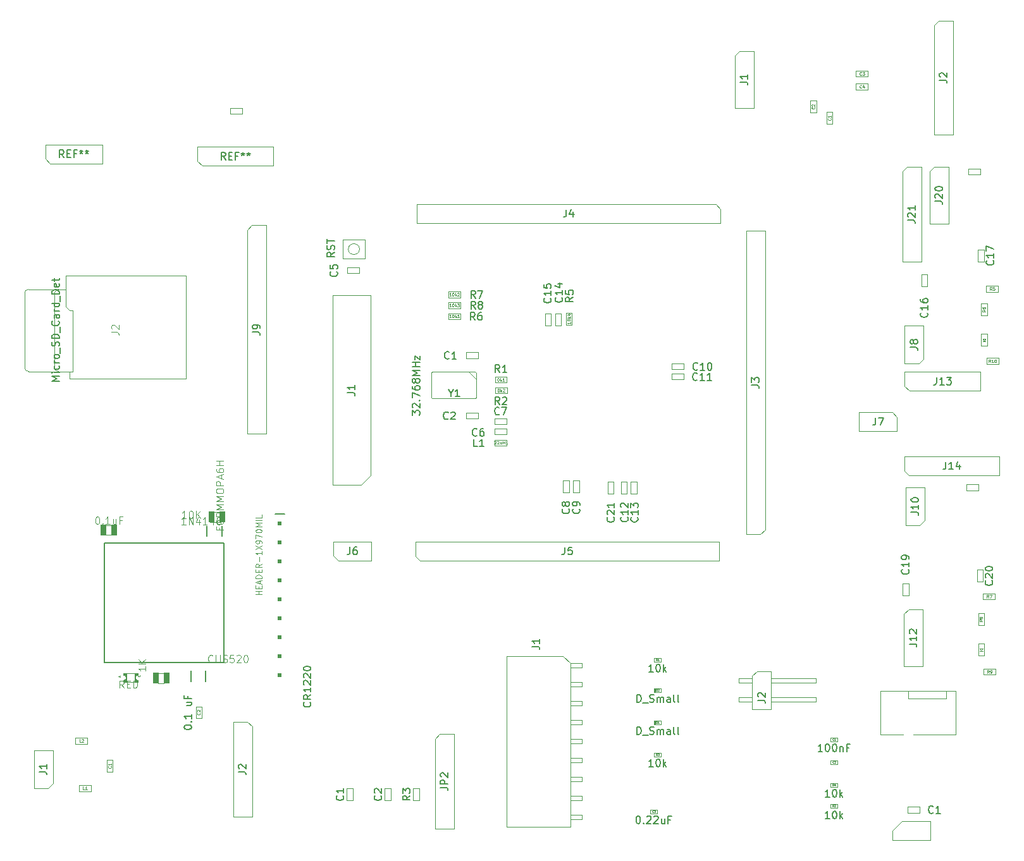
<source format=gbr>
G04 #@! TF.GenerationSoftware,KiCad,Pcbnew,5.0.1-33cea8e~68~ubuntu16.04.1*
G04 #@! TF.CreationDate,2018-10-29T01:45:26-07:00*
G04 #@! TF.ProjectId,integrated-board-design-1,696E74656772617465642D626F617264,rev?*
G04 #@! TF.SameCoordinates,Original*
G04 #@! TF.FileFunction,Other,Fab,Top*
%FSLAX46Y46*%
G04 Gerber Fmt 4.6, Leading zero omitted, Abs format (unit mm)*
G04 Created by KiCad (PCBNEW 5.0.1-33cea8e~68~ubuntu16.04.1) date Mon 29 Oct 2018 01:45:26 AM PDT*
%MOMM*%
%LPD*%
G01*
G04 APERTURE LIST*
%ADD10C,0.100000*%
%ADD11C,0.203200*%
%ADD12C,0.127000*%
%ADD13C,0.076200*%
%ADD14C,0.101600*%
%ADD15C,0.150000*%
%ADD16C,0.077216*%
%ADD17C,0.075000*%
%ADD18C,0.040000*%
%ADD19C,0.060000*%
%ADD20C,0.020320*%
%ADD21C,0.061772*%
%ADD22C,0.096520*%
G04 APERTURE END LIST*
D10*
G04 #@! TO.C,C1*
X104000080Y-135604560D02*
X103200080Y-135604560D01*
X104000080Y-134004560D02*
X104000080Y-135604560D01*
X103200080Y-134004560D02*
X104000080Y-134004560D01*
X103200080Y-135604560D02*
X103200080Y-134004560D01*
G04 #@! TO.C,C2*
X109080080Y-135604560D02*
X108280080Y-135604560D01*
X109080080Y-134004560D02*
X109080080Y-135604560D01*
X108280080Y-134004560D02*
X109080080Y-134004560D01*
X108280080Y-135604560D02*
X108280080Y-134004560D01*
G04 #@! TO.C,R3*
X112890080Y-135604560D02*
X112090080Y-135604560D01*
X112890080Y-134004560D02*
X112890080Y-135604560D01*
X112090080Y-134004560D02*
X112890080Y-134004560D01*
X112090080Y-135604560D02*
X112090080Y-134004560D01*
D11*
G04 #@! TO.C,U1*
X86751015Y-101164309D02*
X86751015Y-117164309D01*
X70751015Y-101164309D02*
X86751015Y-101164309D01*
D12*
X70751015Y-117164309D02*
X70751015Y-101164309D01*
D11*
X86751015Y-117164309D02*
X70751015Y-117164309D01*
D10*
G04 #@! TO.C,C1*
X178275000Y-137275000D02*
X178275000Y-136475000D01*
X179875000Y-137275000D02*
X178275000Y-137275000D01*
X179875000Y-136475000D02*
X179875000Y-137275000D01*
X178275000Y-136475000D02*
X179875000Y-136475000D01*
G04 #@! TO.C,*
X178379203Y-120948068D02*
X178379203Y-121948068D01*
X178379203Y-121948068D02*
X183479203Y-121948068D01*
X183479203Y-121948068D02*
X183479203Y-120948068D01*
X177729203Y-126748068D02*
X174629203Y-126748068D01*
X174629203Y-126748068D02*
X174629203Y-120948068D01*
X174629203Y-120948068D02*
X184679203Y-120948068D01*
X184679203Y-120948068D02*
X184729203Y-120948068D01*
X184729203Y-120948068D02*
X184729203Y-126748068D01*
X184729203Y-126748068D02*
X179079203Y-126748068D01*
G04 #@! TO.C,J2*
X66105440Y-69991760D02*
X65605440Y-69491760D01*
X66555440Y-69991760D02*
X66105440Y-69991760D01*
X66105440Y-79141760D02*
X66105440Y-78141760D01*
X65605440Y-65291760D02*
X65605440Y-69491760D01*
X64105440Y-77641760D02*
G75*
G03X64605440Y-78141760I500000J0D01*
G01*
X64605440Y-67141760D02*
G75*
G03X64105440Y-67641760I0J-500000D01*
G01*
X64105440Y-67641760D02*
X64105440Y-77641760D01*
X66555440Y-69991760D02*
X66555440Y-78141760D01*
X65605440Y-65291760D02*
X81655440Y-65291760D01*
X66105440Y-79141760D02*
X81655440Y-79141760D01*
X81655440Y-65291760D02*
X81655440Y-79141760D01*
X60105440Y-67641760D02*
X60105440Y-77641760D01*
X60105440Y-77641760D02*
G75*
G03X60605440Y-78141760I500000J0D01*
G01*
X60605440Y-67141760D02*
G75*
G03X60105440Y-67641760I0J-500000D01*
G01*
X60605440Y-78141760D02*
X66555440Y-78141760D01*
X65605440Y-67141760D02*
X60605440Y-67141760D01*
G04 #@! TO.C,J9*
X90511480Y-58574400D02*
X92416480Y-58574400D01*
X92416480Y-58574400D02*
X92416480Y-86514400D01*
X92416480Y-86514400D02*
X89876480Y-86514400D01*
X89876480Y-86514400D02*
X89876480Y-59209400D01*
X89876480Y-59209400D02*
X90511480Y-58574400D01*
G04 #@! TO.C,C16*
X180925000Y-66750000D02*
X180125000Y-66750000D01*
X180925000Y-65150000D02*
X180925000Y-66750000D01*
X180125000Y-65150000D02*
X180925000Y-65150000D01*
X180125000Y-66750000D02*
X180125000Y-65150000D01*
G04 #@! TO.C,C17*
X187725000Y-61850000D02*
X188525000Y-61850000D01*
X187725000Y-63450000D02*
X187725000Y-61850000D01*
X188525000Y-63450000D02*
X187725000Y-63450000D01*
X188525000Y-61850000D02*
X188525000Y-63450000D01*
G04 #@! TO.C,C18*
X188050000Y-50975000D02*
X188050000Y-51775000D01*
X186450000Y-50975000D02*
X188050000Y-50975000D01*
X186450000Y-51775000D02*
X186450000Y-50975000D01*
X188050000Y-51775000D02*
X186450000Y-51775000D01*
G04 #@! TO.C,C19*
X178425000Y-108175000D02*
X177625000Y-108175000D01*
X178425000Y-106575000D02*
X178425000Y-108175000D01*
X177625000Y-106575000D02*
X178425000Y-106575000D01*
X177625000Y-108175000D02*
X177625000Y-106575000D01*
G04 #@! TO.C,C20*
X187571120Y-104717080D02*
X188371120Y-104717080D01*
X187571120Y-106317080D02*
X187571120Y-104717080D01*
X188371120Y-106317080D02*
X187571120Y-106317080D01*
X188371120Y-104717080D02*
X188371120Y-106317080D01*
G04 #@! TO.C,C21*
X187790720Y-93278100D02*
X187790720Y-94078100D01*
X186190720Y-93278100D02*
X187790720Y-93278100D01*
X186190720Y-94078100D02*
X186190720Y-93278100D01*
X187790720Y-94078100D02*
X186190720Y-94078100D01*
G04 #@! TO.C,J10*
X179932020Y-98747940D02*
X178027020Y-98747940D01*
X178027020Y-98747940D02*
X178027020Y-93667940D01*
X178027020Y-93667940D02*
X180567020Y-93667940D01*
X180567020Y-93667940D02*
X180567020Y-98112940D01*
X180567020Y-98112940D02*
X179932020Y-98747940D01*
G04 #@! TO.C,R5*
X190425000Y-66675000D02*
X190425000Y-67475000D01*
X188825000Y-66675000D02*
X190425000Y-66675000D01*
X188825000Y-67475000D02*
X188825000Y-66675000D01*
X190425000Y-67475000D02*
X188825000Y-67475000D01*
G04 #@! TO.C,R6*
X188127260Y-69022680D02*
X188927260Y-69022680D01*
X188127260Y-70622680D02*
X188127260Y-69022680D01*
X188927260Y-70622680D02*
X188127260Y-70622680D01*
X188927260Y-69022680D02*
X188927260Y-70622680D01*
G04 #@! TO.C,R7*
X190002840Y-107888180D02*
X190002840Y-108688180D01*
X188402840Y-107888180D02*
X190002840Y-107888180D01*
X188402840Y-108688180D02*
X188402840Y-107888180D01*
X190002840Y-108688180D02*
X188402840Y-108688180D01*
G04 #@! TO.C,R8*
X187733680Y-110515860D02*
X188533680Y-110515860D01*
X187733680Y-112115860D02*
X187733680Y-110515860D01*
X188533680Y-112115860D02*
X187733680Y-112115860D01*
X188533680Y-110515860D02*
X188533680Y-112115860D01*
G04 #@! TO.C,J7*
X176870000Y-84240000D02*
X176870000Y-86145000D01*
X176870000Y-86145000D02*
X171790000Y-86145000D01*
X171790000Y-86145000D02*
X171790000Y-83605000D01*
X171790000Y-83605000D02*
X176235000Y-83605000D01*
X176235000Y-83605000D02*
X176870000Y-84240000D01*
G04 #@! TO.C,J8*
X179810000Y-77095000D02*
X177905000Y-77095000D01*
X177905000Y-77095000D02*
X177905000Y-72015000D01*
X177905000Y-72015000D02*
X180445000Y-72015000D01*
X180445000Y-72015000D02*
X180445000Y-76460000D01*
X180445000Y-76460000D02*
X179810000Y-77095000D01*
G04 #@! TO.C,D4*
X187938760Y-115600180D02*
X188338760Y-115600180D01*
X188138760Y-115550180D02*
X187938760Y-115250180D01*
X188338760Y-115250180D02*
X188138760Y-115550180D01*
X187938760Y-115250180D02*
X188338760Y-115250180D01*
X188538760Y-114600180D02*
X188538760Y-116200180D01*
X187738760Y-114600180D02*
X188538760Y-114600180D01*
X187738760Y-116200180D02*
X187738760Y-114600180D01*
X187738760Y-116200180D02*
X188538760Y-116200180D01*
G04 #@! TO.C,D5*
X188339960Y-74135120D02*
X188739960Y-74135120D01*
X188539960Y-74085120D02*
X188339960Y-73785120D01*
X188739960Y-73785120D02*
X188539960Y-74085120D01*
X188339960Y-73785120D02*
X188739960Y-73785120D01*
X188939960Y-73135120D02*
X188939960Y-74735120D01*
X188139960Y-73135120D02*
X188939960Y-73135120D01*
X188139960Y-74735120D02*
X188139960Y-73135120D01*
X188139960Y-74735120D02*
X188939960Y-74735120D01*
G04 #@! TO.C,R9*
X190036040Y-117961820D02*
X190036040Y-118761820D01*
X188436040Y-117961820D02*
X190036040Y-117961820D01*
X188436040Y-118761820D02*
X188436040Y-117961820D01*
X190036040Y-118761820D02*
X188436040Y-118761820D01*
G04 #@! TO.C,R10*
X190442500Y-76359600D02*
X190442500Y-77159600D01*
X188842500Y-76359600D02*
X190442500Y-76359600D01*
X188842500Y-77159600D02*
X188842500Y-76359600D01*
X190442500Y-77159600D02*
X188842500Y-77159600D01*
G04 #@! TO.C,J13*
X177905000Y-80110000D02*
X177905000Y-78205000D01*
X177905000Y-78205000D02*
X188065000Y-78205000D01*
X188065000Y-78205000D02*
X188065000Y-80745000D01*
X188065000Y-80745000D02*
X178540000Y-80745000D01*
X178540000Y-80745000D02*
X177905000Y-80110000D01*
G04 #@! TO.C,J14*
X177854300Y-91437820D02*
X177854300Y-89532820D01*
X177854300Y-89532820D02*
X190554300Y-89532820D01*
X190554300Y-89532820D02*
X190554300Y-92072820D01*
X190554300Y-92072820D02*
X178489300Y-92072820D01*
X178489300Y-92072820D02*
X177854300Y-91437820D01*
G04 #@! TO.C,J12*
X178415640Y-110012840D02*
X180320640Y-110012840D01*
X180320640Y-110012840D02*
X180320640Y-117632840D01*
X180320640Y-117632840D02*
X177780640Y-117632840D01*
X177780640Y-117632840D02*
X177780640Y-110647840D01*
X177780640Y-110647840D02*
X178415640Y-110012840D01*
G04 #@! TO.C,*
X177519203Y-138378068D02*
X181329203Y-138378068D01*
X181329203Y-138378068D02*
X181329203Y-140918068D01*
X181329203Y-140918068D02*
X176249203Y-140918068D01*
X176249203Y-140918068D02*
X176249203Y-139648068D01*
X176249203Y-139648068D02*
X177519203Y-138378068D01*
G04 #@! TO.C,JP2*
X115030080Y-127334560D02*
X115665080Y-126699560D01*
X115030080Y-139399560D02*
X115030080Y-127334560D01*
X117570080Y-139399560D02*
X115030080Y-139399560D01*
X117570080Y-126699560D02*
X117570080Y-139399560D01*
X115665080Y-126699560D02*
X117570080Y-126699560D01*
G04 #@! TO.C,J2*
X158118300Y-118279160D02*
X160023300Y-118279160D01*
X160023300Y-118279160D02*
X160023300Y-123359160D01*
X160023300Y-123359160D02*
X157483300Y-123359160D01*
X157483300Y-123359160D02*
X157483300Y-118914160D01*
X157483300Y-118914160D02*
X158118300Y-118279160D01*
X155663300Y-119229160D02*
X157483300Y-119229160D01*
X155663300Y-119229160D02*
X155663300Y-119869160D01*
X155663300Y-119869160D02*
X157483300Y-119869160D01*
X160023300Y-119229160D02*
X166023300Y-119229160D01*
X166023300Y-119229160D02*
X166023300Y-119869160D01*
X160023300Y-119869160D02*
X166023300Y-119869160D01*
X155663300Y-121769160D02*
X157483300Y-121769160D01*
X155663300Y-121769160D02*
X155663300Y-122409160D01*
X155663300Y-122409160D02*
X157483300Y-122409160D01*
X160023300Y-121769160D02*
X166023300Y-121769160D01*
X166023300Y-121769160D02*
X166023300Y-122409160D01*
X160023300Y-122409160D02*
X166023300Y-122409160D01*
G04 #@! TO.C,C1*
X167929300Y-127673160D02*
X167929300Y-127173160D01*
X167929300Y-127173160D02*
X168929300Y-127173160D01*
X168929300Y-127173160D02*
X168929300Y-127673160D01*
X168929300Y-127673160D02*
X167929300Y-127673160D01*
G04 #@! TO.C,C2*
X168929300Y-130721160D02*
X167929300Y-130721160D01*
X168929300Y-130221160D02*
X168929300Y-130721160D01*
X167929300Y-130221160D02*
X168929300Y-130221160D01*
X167929300Y-130721160D02*
X167929300Y-130221160D01*
G04 #@! TO.C,C3*
X143799300Y-137325160D02*
X143799300Y-136825160D01*
X143799300Y-136825160D02*
X144799300Y-136825160D01*
X144799300Y-136825160D02*
X144799300Y-137325160D01*
X144799300Y-137325160D02*
X143799300Y-137325160D01*
G04 #@! TO.C,D1*
X144307300Y-125387160D02*
X144307300Y-124887160D01*
X144307300Y-124887160D02*
X145307300Y-124887160D01*
X145307300Y-124887160D02*
X145307300Y-125387160D01*
X145307300Y-125387160D02*
X144307300Y-125387160D01*
X144407300Y-125387160D02*
X144407300Y-124887160D01*
X144507300Y-125387160D02*
X144507300Y-124887160D01*
G04 #@! TO.C,D2*
X144507300Y-121069160D02*
X144507300Y-120569160D01*
X144407300Y-121069160D02*
X144407300Y-120569160D01*
X145307300Y-121069160D02*
X144307300Y-121069160D01*
X145307300Y-120569160D02*
X145307300Y-121069160D01*
X144307300Y-120569160D02*
X145307300Y-120569160D01*
X144307300Y-121069160D02*
X144307300Y-120569160D01*
G04 #@! TO.C,J1*
X124618301Y-116244161D02*
X132158301Y-116244161D01*
X132158301Y-116244161D02*
X133128301Y-117214161D01*
X133128301Y-117214161D02*
X133128301Y-139104161D01*
X133128301Y-139104161D02*
X124618301Y-139104161D01*
X124618301Y-139104161D02*
X124618301Y-116244161D01*
X134648301Y-117214161D02*
X133128301Y-117214161D01*
X133128301Y-117814161D02*
X134648301Y-117814161D01*
X134648301Y-117814161D02*
X134648301Y-117214161D01*
X134648301Y-119754161D02*
X133128301Y-119754161D01*
X133128301Y-120354161D02*
X134648301Y-120354161D01*
X134648301Y-120354161D02*
X134648301Y-119754161D01*
X134648301Y-122294161D02*
X133128301Y-122294161D01*
X133128301Y-122894161D02*
X134648301Y-122894161D01*
X134648301Y-122894161D02*
X134648301Y-122294161D01*
X134648301Y-124834161D02*
X133128301Y-124834161D01*
X133128301Y-125434161D02*
X134648301Y-125434161D01*
X134648301Y-125434161D02*
X134648301Y-124834161D01*
X134648301Y-127374161D02*
X133128301Y-127374161D01*
X133128301Y-127974161D02*
X134648301Y-127974161D01*
X134648301Y-127974161D02*
X134648301Y-127374161D01*
X134648301Y-129914161D02*
X133128301Y-129914161D01*
X133128301Y-130514161D02*
X134648301Y-130514161D01*
X134648301Y-130514161D02*
X134648301Y-129914161D01*
X134648301Y-132454161D02*
X133128301Y-132454161D01*
X133128301Y-133054161D02*
X134648301Y-133054161D01*
X134648301Y-133054161D02*
X134648301Y-132454161D01*
X134648301Y-134994161D02*
X133128301Y-134994161D01*
X133128301Y-135594161D02*
X134648301Y-135594161D01*
X134648301Y-135594161D02*
X134648301Y-134994161D01*
X134648301Y-137534161D02*
X133128301Y-137534161D01*
X133128301Y-138134161D02*
X134648301Y-138134161D01*
X134648301Y-138134161D02*
X134648301Y-137534161D01*
G04 #@! TO.C,R1*
X144307300Y-117005160D02*
X144307300Y-116505160D01*
X144307300Y-116505160D02*
X145307300Y-116505160D01*
X145307300Y-116505160D02*
X145307300Y-117005160D01*
X145307300Y-117005160D02*
X144307300Y-117005160D01*
G04 #@! TO.C,R2*
X167929300Y-136563160D02*
X167929300Y-136063160D01*
X167929300Y-136063160D02*
X168929300Y-136063160D01*
X168929300Y-136063160D02*
X168929300Y-136563160D01*
X168929300Y-136563160D02*
X167929300Y-136563160D01*
G04 #@! TO.C,R3*
X145307300Y-129705160D02*
X144307300Y-129705160D01*
X145307300Y-129205160D02*
X145307300Y-129705160D01*
X144307300Y-129205160D02*
X145307300Y-129205160D01*
X144307300Y-129705160D02*
X144307300Y-129205160D01*
G04 #@! TO.C,R4*
X168929300Y-133769160D02*
X167929300Y-133769160D01*
X168929300Y-133269160D02*
X168929300Y-133769160D01*
X167929300Y-133269160D02*
X168929300Y-133269160D01*
X167929300Y-133769160D02*
X167929300Y-133269160D01*
G04 #@! TO.C,C1*
X168250000Y-45000000D02*
X167450000Y-45000000D01*
X167450000Y-45000000D02*
X167450000Y-43400000D01*
X167450000Y-43400000D02*
X168250000Y-43400000D01*
X168250000Y-43400000D02*
X168250000Y-45000000D01*
G04 #@! TO.C,C2*
X165275000Y-43475000D02*
X165275000Y-41875000D01*
X166075000Y-43475000D02*
X165275000Y-43475000D01*
X166075000Y-41875000D02*
X166075000Y-43475000D01*
X165275000Y-41875000D02*
X166075000Y-41875000D01*
G04 #@! TO.C,C3*
X172975000Y-37875000D02*
X172975000Y-38675000D01*
X172975000Y-38675000D02*
X171375000Y-38675000D01*
X171375000Y-38675000D02*
X171375000Y-37875000D01*
X171375000Y-37875000D02*
X172975000Y-37875000D01*
G04 #@! TO.C,C4*
X171375000Y-39600000D02*
X172975000Y-39600000D01*
X171375000Y-40400000D02*
X171375000Y-39600000D01*
X172975000Y-40400000D02*
X171375000Y-40400000D01*
X172975000Y-39600000D02*
X172975000Y-40400000D01*
G04 #@! TO.C,J1*
X155806000Y-35248000D02*
X157711000Y-35248000D01*
X157711000Y-35248000D02*
X157711000Y-42868000D01*
X157711000Y-42868000D02*
X155171000Y-42868000D01*
X155171000Y-42868000D02*
X155171000Y-35883000D01*
X155171000Y-35883000D02*
X155806000Y-35248000D01*
G04 #@! TO.C,J2*
X182476000Y-31184000D02*
X184381000Y-31184000D01*
X184381000Y-31184000D02*
X184381000Y-46424000D01*
X184381000Y-46424000D02*
X181841000Y-46424000D01*
X181841000Y-46424000D02*
X181841000Y-31819000D01*
X181841000Y-31819000D02*
X182476000Y-31184000D01*
G04 #@! TO.C,REF\002A\002A*
X62855000Y-49685000D02*
X62855000Y-47780000D01*
X62855000Y-47780000D02*
X70475000Y-47780000D01*
X70475000Y-47780000D02*
X70475000Y-50320000D01*
X70475000Y-50320000D02*
X63490000Y-50320000D01*
X63490000Y-50320000D02*
X62855000Y-49685000D01*
X83230000Y-49985000D02*
X83230000Y-48080000D01*
X83230000Y-48080000D02*
X93390000Y-48080000D01*
X93390000Y-48080000D02*
X93390000Y-50620000D01*
X93390000Y-50620000D02*
X83865000Y-50620000D01*
X83865000Y-50620000D02*
X83230000Y-49985000D01*
G04 #@! TO.C,J20*
X181230000Y-51365000D02*
X181865000Y-50730000D01*
X181230000Y-58350000D02*
X181230000Y-51365000D01*
X183770000Y-58350000D02*
X181230000Y-58350000D01*
X183770000Y-50730000D02*
X183770000Y-58350000D01*
X181865000Y-50730000D02*
X183770000Y-50730000D01*
G04 #@! TO.C,J21*
X177580000Y-51365000D02*
X178215000Y-50730000D01*
X177580000Y-63430000D02*
X177580000Y-51365000D01*
X180120000Y-63430000D02*
X177580000Y-63430000D01*
X180120000Y-50730000D02*
X180120000Y-63430000D01*
X178215000Y-50730000D02*
X180120000Y-50730000D01*
G04 #@! TO.C,LED1*
G36*
X75231015Y-118548309D02*
X75231015Y-118873309D01*
X75306015Y-118873309D01*
X75306015Y-118548309D01*
X75231015Y-118548309D01*
G37*
G36*
X74806015Y-118573309D02*
X74806015Y-118873309D01*
X75068015Y-118873309D01*
X75068015Y-118573309D01*
X74806015Y-118573309D01*
G37*
G36*
X73631015Y-118973309D02*
X73631015Y-119373309D01*
X73806015Y-119373309D01*
X73806015Y-118973309D01*
X73631015Y-118973309D01*
G37*
G36*
X73556015Y-118848309D02*
X73556015Y-118998309D01*
X73806015Y-118998309D01*
X73806015Y-118848309D01*
X73556015Y-118848309D01*
G37*
G36*
X73556015Y-119348309D02*
X73556015Y-119498309D01*
X73806015Y-119498309D01*
X73806015Y-119348309D01*
X73556015Y-119348309D01*
G37*
G36*
X73306015Y-118548309D02*
X73306015Y-118873309D01*
X73806015Y-118873309D01*
X73806015Y-118548309D01*
X73306015Y-118548309D01*
G37*
G36*
X73306015Y-119473309D02*
X73306015Y-119798309D01*
X73806015Y-119798309D01*
X73806015Y-119473309D01*
X73306015Y-119473309D01*
G37*
G36*
X74806015Y-118973309D02*
X74806015Y-119373309D01*
X74981015Y-119373309D01*
X74981015Y-118973309D01*
X74806015Y-118973309D01*
G37*
G36*
X74806015Y-119348309D02*
X74806015Y-119498309D01*
X75056015Y-119498309D01*
X75056015Y-119348309D01*
X74806015Y-119348309D01*
G37*
G36*
X74806015Y-118848309D02*
X74806015Y-118998309D01*
X75056015Y-118998309D01*
X75056015Y-118848309D01*
X74806015Y-118848309D01*
G37*
G36*
X74806015Y-119473309D02*
X74806015Y-119798309D01*
X75306015Y-119798309D01*
X75306015Y-119473309D01*
X74806015Y-119473309D01*
G37*
D13*
X75259015Y-118723309D02*
G75*
G03X75259015Y-118723309I-103000J0D01*
G01*
D14*
X73806015Y-118598309D02*
X75231015Y-118598309D01*
X74831015Y-119748309D02*
X73781015Y-119748309D01*
X73381017Y-119523309D02*
G75*
G03X73381015Y-118823309I-54201J350000D01*
G01*
X75231013Y-119523309D02*
G75*
G02X75231015Y-118823309I54201J350000D01*
G01*
D10*
G04 #@! TO.C,R1*
G36*
X78014415Y-118497409D02*
X77264315Y-118497409D01*
X77264315Y-119947509D01*
X78014415Y-119947509D01*
X78014415Y-118497409D01*
G37*
G36*
X79462215Y-118497409D02*
X78712115Y-118497409D01*
X78712115Y-119947509D01*
X79462215Y-119947509D01*
X79462215Y-118497409D01*
G37*
D14*
X78726015Y-118561309D02*
X77989015Y-118561309D01*
X78751015Y-119881309D02*
X77989015Y-119881309D01*
D10*
G04 #@! TO.C,C1*
G36*
X71005415Y-98661409D02*
X70255315Y-98661409D01*
X70255315Y-100111509D01*
X71005415Y-100111509D01*
X71005415Y-98661409D01*
G37*
G36*
X72453215Y-98661409D02*
X71703115Y-98661409D01*
X71703115Y-100111509D01*
X72453215Y-100111509D01*
X72453215Y-98661409D01*
G37*
D14*
X71717015Y-98725309D02*
X70980015Y-98725309D01*
X71742015Y-100045309D02*
X70980015Y-100045309D01*
D11*
G04 #@! TO.C,D1*
X86482015Y-98812309D02*
X86482015Y-100212309D01*
X84482015Y-100212309D02*
X84482015Y-98812309D01*
D10*
G04 #@! TO.C,R3*
G36*
X85507415Y-96907409D02*
X84757315Y-96907409D01*
X84757315Y-98357509D01*
X85507415Y-98357509D01*
X85507415Y-96907409D01*
G37*
G36*
X86955215Y-96907409D02*
X86205115Y-96907409D01*
X86205115Y-98357509D01*
X86955215Y-98357509D01*
X86955215Y-96907409D01*
G37*
D14*
X86219015Y-96971309D02*
X85482015Y-96971309D01*
X86244015Y-98291309D02*
X85482015Y-98291309D01*
D10*
G04 #@! TO.C,JP1*
G36*
X93991015Y-118562309D02*
X93991015Y-119070309D01*
X94499015Y-119070309D01*
X94499015Y-118562309D01*
X93991015Y-118562309D01*
G37*
G36*
X93991015Y-98242309D02*
X93991015Y-98750309D01*
X94499015Y-98750309D01*
X94499015Y-98242309D01*
X93991015Y-98242309D01*
G37*
G36*
X93991015Y-100782309D02*
X93991015Y-101290309D01*
X94499015Y-101290309D01*
X94499015Y-100782309D01*
X93991015Y-100782309D01*
G37*
G36*
X93991015Y-103322309D02*
X93991015Y-103830309D01*
X94499015Y-103830309D01*
X94499015Y-103322309D01*
X93991015Y-103322309D01*
G37*
G36*
X93991015Y-105862309D02*
X93991015Y-106370309D01*
X94499015Y-106370309D01*
X94499015Y-105862309D01*
X93991015Y-105862309D01*
G37*
G36*
X93991015Y-108402309D02*
X93991015Y-108910309D01*
X94499015Y-108910309D01*
X94499015Y-108402309D01*
X93991015Y-108402309D01*
G37*
G36*
X93991015Y-110942309D02*
X93991015Y-111450309D01*
X94499015Y-111450309D01*
X94499015Y-110942309D01*
X93991015Y-110942309D01*
G37*
G36*
X93991015Y-113482309D02*
X93991015Y-113990309D01*
X94499015Y-113990309D01*
X94499015Y-113482309D01*
X93991015Y-113482309D01*
G37*
G36*
X93991015Y-116022309D02*
X93991015Y-116530309D01*
X94499015Y-116530309D01*
X94499015Y-116022309D01*
X93991015Y-116022309D01*
G37*
D11*
X94880015Y-97226309D02*
X93610015Y-97226309D01*
G04 #@! TO.C,D2*
X84323015Y-118243309D02*
X84323015Y-119643309D01*
X82323015Y-119643309D02*
X82323015Y-118243309D01*
D10*
G04 #@! TO.C,L1*
X67362500Y-133575000D02*
X68962500Y-133575000D01*
X67362500Y-134375000D02*
X67362500Y-133575000D01*
X68962500Y-134375000D02*
X67362500Y-134375000D01*
X68962500Y-133575000D02*
X68962500Y-134375000D01*
G04 #@! TO.C,L2*
X66880000Y-127225000D02*
X68480000Y-127225000D01*
X66880000Y-128025000D02*
X66880000Y-127225000D01*
X68480000Y-128025000D02*
X66880000Y-128025000D01*
X68480000Y-127225000D02*
X68480000Y-128025000D01*
G04 #@! TO.C,C1*
X71890000Y-130152500D02*
X71890000Y-131752500D01*
X71090000Y-130152500D02*
X71890000Y-130152500D01*
X71090000Y-131752500D02*
X71090000Y-130152500D01*
X71890000Y-131752500D02*
X71090000Y-131752500D01*
G04 #@! TO.C,C2*
X83002500Y-124615000D02*
X83002500Y-123015000D01*
X83802500Y-124615000D02*
X83002500Y-124615000D01*
X83802500Y-123015000D02*
X83802500Y-124615000D01*
X83002500Y-123015000D02*
X83802500Y-123015000D01*
G04 #@! TO.C,J1*
X63235000Y-133975000D02*
X61330000Y-133975000D01*
X61330000Y-133975000D02*
X61330000Y-128895000D01*
X61330000Y-128895000D02*
X63870000Y-128895000D01*
X63870000Y-128895000D02*
X63870000Y-133340000D01*
X63870000Y-133340000D02*
X63235000Y-133975000D01*
G04 #@! TO.C,J2*
X88000000Y-125085000D02*
X89905000Y-125085000D01*
X89905000Y-125085000D02*
X90540000Y-125720000D01*
X90540000Y-125720000D02*
X90540000Y-137785000D01*
X90540000Y-137785000D02*
X88000000Y-137785000D01*
X88000000Y-137785000D02*
X88000000Y-125085000D01*
G04 #@! TO.C,REF\002A\002A*
X87600000Y-43675000D02*
X87600000Y-42875000D01*
X89200000Y-43675000D02*
X87600000Y-43675000D01*
X89200000Y-42875000D02*
X89200000Y-43675000D01*
X87600000Y-42875000D02*
X89200000Y-42875000D01*
G04 #@! TO.C,0k1*
X124642920Y-78861360D02*
X124642920Y-79661360D01*
X123042920Y-78861360D02*
X124642920Y-78861360D01*
X123042920Y-79661360D02*
X123042920Y-78861360D01*
X124642920Y-79661360D02*
X123042920Y-79661360D01*
G04 #@! TO.C,0k2*
X124653080Y-80288840D02*
X124653080Y-81088840D01*
X123053080Y-80288840D02*
X124653080Y-80288840D01*
X123053080Y-81088840D02*
X123053080Y-80288840D01*
X124653080Y-81088840D02*
X123053080Y-81088840D01*
G04 #@! TO.C,1uF1*
X123017520Y-86595560D02*
X123017520Y-85795560D01*
X124617520Y-86595560D02*
X123017520Y-86595560D01*
X124617520Y-85795560D02*
X124617520Y-86595560D01*
X123017520Y-85795560D02*
X124617520Y-85795560D01*
G04 #@! TO.C,1uF2*
X131123880Y-70434960D02*
X131923880Y-70434960D01*
X131123880Y-72034960D02*
X131123880Y-70434960D01*
X131923880Y-72034960D02*
X131123880Y-72034960D01*
X131923880Y-70434960D02*
X131923880Y-72034960D01*
G04 #@! TO.C,1uF3*
X132955120Y-94356520D02*
X132155120Y-94356520D01*
X132955120Y-92756520D02*
X132955120Y-94356520D01*
X132155120Y-92756520D02*
X132955120Y-92756520D01*
X132155120Y-94356520D02*
X132155120Y-92756520D01*
G04 #@! TO.C,1uF4*
X140697040Y-94539360D02*
X139897040Y-94539360D01*
X140697040Y-92939360D02*
X140697040Y-94539360D01*
X139897040Y-92939360D02*
X140697040Y-92939360D01*
X139897040Y-94539360D02*
X139897040Y-92939360D01*
G04 #@! TO.C,1uF5*
X148325880Y-77052880D02*
X148325880Y-77852880D01*
X146725880Y-77052880D02*
X148325880Y-77052880D01*
X146725880Y-77852880D02*
X146725880Y-77052880D01*
X148325880Y-77852880D02*
X146725880Y-77852880D01*
G04 #@! TO.C,4.7uF1*
X138959680Y-94544480D02*
X138159680Y-94544480D01*
X138959680Y-92944480D02*
X138959680Y-94544480D01*
X138159680Y-92944480D02*
X138959680Y-92944480D01*
X138159680Y-94544480D02*
X138159680Y-92944480D01*
G04 #@! TO.C,10k1*
X118404680Y-70352360D02*
X118404680Y-71152360D01*
X116804680Y-70352360D02*
X118404680Y-70352360D01*
X116804680Y-71152360D02*
X116804680Y-70352360D01*
X118404680Y-71152360D02*
X116804680Y-71152360D01*
G04 #@! TO.C,10k2*
X118404680Y-67451680D02*
X118404680Y-68251680D01*
X116804680Y-67451680D02*
X118404680Y-67451680D01*
X116804680Y-68251680D02*
X116804680Y-67451680D01*
X118404680Y-68251680D02*
X116804680Y-68251680D01*
G04 #@! TO.C,10k3*
X118404680Y-68894400D02*
X118404680Y-69694400D01*
X116804680Y-68894400D02*
X118404680Y-68894400D01*
X116804680Y-69694400D02*
X116804680Y-68894400D01*
X118404680Y-69694400D02*
X116804680Y-69694400D01*
G04 #@! TO.C,10k4*
X133341200Y-71884920D02*
X132541200Y-71884920D01*
X133341200Y-70284920D02*
X133341200Y-71884920D01*
X132541200Y-70284920D02*
X133341200Y-70284920D01*
X132541200Y-71884920D02*
X132541200Y-70284920D01*
G04 #@! TO.C,10nF1*
X123020060Y-85251900D02*
X123020060Y-84451900D01*
X124620060Y-85251900D02*
X123020060Y-85251900D01*
X124620060Y-84451900D02*
X124620060Y-85251900D01*
X123020060Y-84451900D02*
X124620060Y-84451900D01*
G04 #@! TO.C,22uH1*
X124637840Y-87294160D02*
X124637840Y-88094160D01*
X123037840Y-87294160D02*
X124637840Y-87294160D01*
X123037840Y-88094160D02*
X123037840Y-87294160D01*
X124637840Y-88094160D02*
X123037840Y-88094160D01*
G04 #@! TO.C,100nF1*
X104846120Y-64200480D02*
X104846120Y-65000480D01*
X103246120Y-64200480D02*
X104846120Y-64200480D01*
X103246120Y-65000480D02*
X103246120Y-64200480D01*
X104846120Y-65000480D02*
X103246120Y-65000480D01*
G04 #@! TO.C,100nF2*
X129767520Y-70434960D02*
X130567520Y-70434960D01*
X129767520Y-72034960D02*
X129767520Y-70434960D01*
X130567520Y-72034960D02*
X129767520Y-72034960D01*
X130567520Y-70434960D02*
X130567520Y-72034960D01*
G04 #@! TO.C,100nF3*
X134306400Y-94356520D02*
X133506400Y-94356520D01*
X134306400Y-92756520D02*
X134306400Y-94356520D01*
X133506400Y-92756520D02*
X134306400Y-92756520D01*
X133506400Y-94356520D02*
X133506400Y-92756520D01*
G04 #@! TO.C,100nF4*
X142022920Y-94539320D02*
X141222920Y-94539320D01*
X142022920Y-92939320D02*
X142022920Y-94539320D01*
X141222920Y-92939320D02*
X142022920Y-92939320D01*
X141222920Y-94539320D02*
X141222920Y-92939320D01*
G04 #@! TO.C,100nF5*
X148320800Y-78414320D02*
X148320800Y-79214320D01*
X146720800Y-78414320D02*
X148320800Y-78414320D01*
X146720800Y-79214320D02*
X146720800Y-78414320D01*
X148320800Y-79214320D02*
X146720800Y-79214320D01*
G04 #@! TO.C,C1*
X120782120Y-75574600D02*
X120782120Y-76374600D01*
X119182120Y-75574600D02*
X120782120Y-75574600D01*
X119182120Y-76374600D02*
X119182120Y-75574600D01*
X120782120Y-76374600D02*
X119182120Y-76374600D01*
G04 #@! TO.C,C2*
X120777040Y-83646720D02*
X120777040Y-84446720D01*
X119177040Y-83646720D02*
X120777040Y-83646720D01*
X119177040Y-84446720D02*
X119177040Y-83646720D01*
X120777040Y-84446720D02*
X119177040Y-84446720D01*
G04 #@! TO.C,J1*
X105123120Y-93368520D02*
X101313120Y-93368520D01*
X101313120Y-93368520D02*
X101313120Y-67968520D01*
X101313120Y-67968520D02*
X106393120Y-67968520D01*
X106393120Y-67968520D02*
X106393120Y-92098520D01*
X106393120Y-92098520D02*
X105123120Y-93368520D01*
G04 #@! TO.C,J3*
X158585040Y-99957280D02*
X156680040Y-99957280D01*
X156680040Y-99957280D02*
X156680040Y-59317280D01*
X156680040Y-59317280D02*
X159220040Y-59317280D01*
X159220040Y-59317280D02*
X159220040Y-99322280D01*
X159220040Y-99322280D02*
X158585040Y-99957280D01*
G04 #@! TO.C,J4*
X153235800Y-56381040D02*
X153235800Y-58286040D01*
X153235800Y-58286040D02*
X112595800Y-58286040D01*
X112595800Y-58286040D02*
X112595800Y-55746040D01*
X112595800Y-55746040D02*
X152600800Y-55746040D01*
X152600800Y-55746040D02*
X153235800Y-56381040D01*
G04 #@! TO.C,J5*
X112402760Y-102873200D02*
X112402760Y-100968200D01*
X112402760Y-100968200D02*
X153042760Y-100968200D01*
X153042760Y-100968200D02*
X153042760Y-103508200D01*
X153042760Y-103508200D02*
X113037760Y-103508200D01*
X113037760Y-103508200D02*
X112402760Y-102873200D01*
G04 #@! TO.C,J6*
X101414720Y-102857960D02*
X101414720Y-100952960D01*
X101414720Y-100952960D02*
X106494720Y-100952960D01*
X106494720Y-100952960D02*
X106494720Y-103492960D01*
X106494720Y-103492960D02*
X102049720Y-103492960D01*
X102049720Y-103492960D02*
X101414720Y-102857960D01*
G04 #@! TO.C,SW1*
X102668080Y-60515840D02*
X105668080Y-60515840D01*
X105668080Y-60515840D02*
X105668080Y-63015840D01*
X105668080Y-63015840D02*
X102668080Y-63015840D01*
X102668080Y-63015840D02*
X102668080Y-60515840D01*
X104918080Y-61765840D02*
G75*
G03X104918080Y-61765840I-750000J0D01*
G01*
G04 #@! TO.C,Y1*
X120413240Y-81722560D02*
X114613240Y-81722560D01*
X114613240Y-81722560D02*
X114513240Y-81622560D01*
X114513240Y-81622560D02*
X114513240Y-78322560D01*
X114513240Y-78322560D02*
X114613240Y-78222560D01*
X114613240Y-78222560D02*
X120413240Y-78222560D01*
X120413240Y-78222560D02*
X120513240Y-78322560D01*
X120513240Y-78322560D02*
X120513240Y-81622560D01*
X120513240Y-81622560D02*
X120413240Y-81722560D01*
X120513240Y-79222560D02*
X119513240Y-78222560D01*
G04 #@! TD*
G04 #@! TO.C,C1*
D15*
X102707222Y-134971226D02*
X102754841Y-135018845D01*
X102802460Y-135161702D01*
X102802460Y-135256940D01*
X102754841Y-135399798D01*
X102659603Y-135495036D01*
X102564365Y-135542655D01*
X102373889Y-135590274D01*
X102231032Y-135590274D01*
X102040556Y-135542655D01*
X101945318Y-135495036D01*
X101850080Y-135399798D01*
X101802460Y-135256940D01*
X101802460Y-135161702D01*
X101850080Y-135018845D01*
X101897699Y-134971226D01*
X102802460Y-134018845D02*
X102802460Y-134590274D01*
X102802460Y-134304560D02*
X101802460Y-134304560D01*
X101945318Y-134399798D01*
X102040556Y-134495036D01*
X102088175Y-134590274D01*
G04 #@! TO.C,C2*
X107787222Y-134971226D02*
X107834841Y-135018845D01*
X107882460Y-135161702D01*
X107882460Y-135256940D01*
X107834841Y-135399798D01*
X107739603Y-135495036D01*
X107644365Y-135542655D01*
X107453889Y-135590274D01*
X107311032Y-135590274D01*
X107120556Y-135542655D01*
X107025318Y-135495036D01*
X106930080Y-135399798D01*
X106882460Y-135256940D01*
X106882460Y-135161702D01*
X106930080Y-135018845D01*
X106977699Y-134971226D01*
X106977699Y-134590274D02*
X106930080Y-134542655D01*
X106882460Y-134447417D01*
X106882460Y-134209321D01*
X106930080Y-134114083D01*
X106977699Y-134066464D01*
X107072937Y-134018845D01*
X107168175Y-134018845D01*
X107311032Y-134066464D01*
X107882460Y-134637893D01*
X107882460Y-134018845D01*
G04 #@! TO.C,R3*
X111692460Y-134971226D02*
X111216270Y-135304560D01*
X111692460Y-135542655D02*
X110692460Y-135542655D01*
X110692460Y-135161702D01*
X110740080Y-135066464D01*
X110787699Y-135018845D01*
X110882937Y-134971226D01*
X111025794Y-134971226D01*
X111121032Y-135018845D01*
X111168651Y-135066464D01*
X111216270Y-135161702D01*
X111216270Y-135542655D01*
X110692460Y-134637893D02*
X110692460Y-134018845D01*
X111073413Y-134352179D01*
X111073413Y-134209321D01*
X111121032Y-134114083D01*
X111168651Y-134066464D01*
X111263889Y-134018845D01*
X111501984Y-134018845D01*
X111597222Y-134066464D01*
X111644841Y-134114083D01*
X111692460Y-134209321D01*
X111692460Y-134495036D01*
X111644841Y-134590274D01*
X111597222Y-134637893D01*
G04 #@! TO.C,U1*
D16*
X86199472Y-99062575D02*
X86199472Y-99384309D01*
X86705053Y-99384309D02*
X85739853Y-99384309D01*
X85739853Y-98924690D01*
X85785815Y-98051413D02*
X85739853Y-98143337D01*
X85739853Y-98281223D01*
X85785815Y-98419109D01*
X85877738Y-98511032D01*
X85969662Y-98556994D01*
X86153510Y-98602956D01*
X86291395Y-98602956D01*
X86475243Y-98556994D01*
X86567167Y-98511032D01*
X86659091Y-98419109D01*
X86705053Y-98281223D01*
X86705053Y-98189299D01*
X86659091Y-98051413D01*
X86613129Y-98005451D01*
X86291395Y-98005451D01*
X86291395Y-98189299D01*
X86705053Y-97591794D02*
X85739853Y-97591794D01*
X85739853Y-97224099D01*
X85785815Y-97132175D01*
X85831776Y-97086213D01*
X85923700Y-97040251D01*
X86061586Y-97040251D01*
X86153510Y-97086213D01*
X86199472Y-97132175D01*
X86245434Y-97224099D01*
X86245434Y-97591794D01*
X86705053Y-96626594D02*
X85739853Y-96626594D01*
X86429281Y-96304861D01*
X85739853Y-95983128D01*
X86705053Y-95983128D01*
X86705053Y-95523509D02*
X85739853Y-95523509D01*
X86429281Y-95201775D01*
X85739853Y-94880042D01*
X86705053Y-94880042D01*
X85739853Y-94236575D02*
X85739853Y-94052728D01*
X85785815Y-93960804D01*
X85877738Y-93868880D01*
X86061586Y-93822918D01*
X86383319Y-93822918D01*
X86567167Y-93868880D01*
X86659091Y-93960804D01*
X86705053Y-94052728D01*
X86705053Y-94236575D01*
X86659091Y-94328499D01*
X86567167Y-94420423D01*
X86383319Y-94466385D01*
X86061586Y-94466385D01*
X85877738Y-94420423D01*
X85785815Y-94328499D01*
X85739853Y-94236575D01*
X86705053Y-93409261D02*
X85739853Y-93409261D01*
X85739853Y-93041566D01*
X85785815Y-92949642D01*
X85831776Y-92903680D01*
X85923700Y-92857718D01*
X86061586Y-92857718D01*
X86153510Y-92903680D01*
X86199472Y-92949642D01*
X86245434Y-93041566D01*
X86245434Y-93409261D01*
X86429281Y-92490023D02*
X86429281Y-92030404D01*
X86705053Y-92581947D02*
X85739853Y-92260213D01*
X86705053Y-91938480D01*
X85739853Y-91203090D02*
X85739853Y-91386937D01*
X85785815Y-91478861D01*
X85831776Y-91524823D01*
X85969662Y-91616747D01*
X86153510Y-91662709D01*
X86521205Y-91662709D01*
X86613129Y-91616747D01*
X86659091Y-91570785D01*
X86705053Y-91478861D01*
X86705053Y-91295013D01*
X86659091Y-91203090D01*
X86613129Y-91157128D01*
X86521205Y-91111166D01*
X86291395Y-91111166D01*
X86199472Y-91157128D01*
X86153510Y-91203090D01*
X86107548Y-91295013D01*
X86107548Y-91478861D01*
X86153510Y-91570785D01*
X86199472Y-91616747D01*
X86291395Y-91662709D01*
X86705053Y-90697509D02*
X85739853Y-90697509D01*
X86199472Y-90697509D02*
X86199472Y-90145966D01*
X86705053Y-90145966D02*
X85739853Y-90145966D01*
G04 #@! TO.C,C1*
D15*
X181708333Y-137232142D02*
X181660714Y-137279761D01*
X181517857Y-137327380D01*
X181422619Y-137327380D01*
X181279761Y-137279761D01*
X181184523Y-137184523D01*
X181136904Y-137089285D01*
X181089285Y-136898809D01*
X181089285Y-136755952D01*
X181136904Y-136565476D01*
X181184523Y-136470238D01*
X181279761Y-136375000D01*
X181422619Y-136327380D01*
X181517857Y-136327380D01*
X181660714Y-136375000D01*
X181708333Y-136422619D01*
X182660714Y-137327380D02*
X182089285Y-137327380D01*
X182375000Y-137327380D02*
X182375000Y-136327380D01*
X182279761Y-136470238D01*
X182184523Y-136565476D01*
X182089285Y-136613095D01*
G04 #@! TO.C,*
G04 #@! TO.C,J2*
X64707820Y-79451283D02*
X63707820Y-79451283D01*
X64422106Y-79117950D01*
X63707820Y-78784617D01*
X64707820Y-78784617D01*
X64707820Y-78308426D02*
X64041154Y-78308426D01*
X63707820Y-78308426D02*
X63755440Y-78356045D01*
X63803059Y-78308426D01*
X63755440Y-78260807D01*
X63707820Y-78308426D01*
X63803059Y-78308426D01*
X64660201Y-77403664D02*
X64707820Y-77498902D01*
X64707820Y-77689379D01*
X64660201Y-77784617D01*
X64612582Y-77832236D01*
X64517344Y-77879855D01*
X64231630Y-77879855D01*
X64136392Y-77832236D01*
X64088773Y-77784617D01*
X64041154Y-77689379D01*
X64041154Y-77498902D01*
X64088773Y-77403664D01*
X64707820Y-76975093D02*
X64041154Y-76975093D01*
X64231630Y-76975093D02*
X64136392Y-76927474D01*
X64088773Y-76879855D01*
X64041154Y-76784617D01*
X64041154Y-76689379D01*
X64707820Y-76213188D02*
X64660201Y-76308426D01*
X64612582Y-76356045D01*
X64517344Y-76403664D01*
X64231630Y-76403664D01*
X64136392Y-76356045D01*
X64088773Y-76308426D01*
X64041154Y-76213188D01*
X64041154Y-76070331D01*
X64088773Y-75975093D01*
X64136392Y-75927474D01*
X64231630Y-75879855D01*
X64517344Y-75879855D01*
X64612582Y-75927474D01*
X64660201Y-75975093D01*
X64707820Y-76070331D01*
X64707820Y-76213188D01*
X64803059Y-75689379D02*
X64803059Y-74927474D01*
X64660201Y-74736998D02*
X64707820Y-74594140D01*
X64707820Y-74356045D01*
X64660201Y-74260807D01*
X64612582Y-74213188D01*
X64517344Y-74165569D01*
X64422106Y-74165569D01*
X64326868Y-74213188D01*
X64279249Y-74260807D01*
X64231630Y-74356045D01*
X64184011Y-74546521D01*
X64136392Y-74641760D01*
X64088773Y-74689379D01*
X63993535Y-74736998D01*
X63898297Y-74736998D01*
X63803059Y-74689379D01*
X63755440Y-74641760D01*
X63707820Y-74546521D01*
X63707820Y-74308426D01*
X63755440Y-74165569D01*
X64707820Y-73736998D02*
X63707820Y-73736998D01*
X63707820Y-73498902D01*
X63755440Y-73356045D01*
X63850678Y-73260807D01*
X63945916Y-73213188D01*
X64136392Y-73165569D01*
X64279249Y-73165569D01*
X64469725Y-73213188D01*
X64564963Y-73260807D01*
X64660201Y-73356045D01*
X64707820Y-73498902D01*
X64707820Y-73736998D01*
X64803059Y-72975093D02*
X64803059Y-72213188D01*
X64612582Y-71403664D02*
X64660201Y-71451283D01*
X64707820Y-71594140D01*
X64707820Y-71689379D01*
X64660201Y-71832236D01*
X64564963Y-71927474D01*
X64469725Y-71975093D01*
X64279249Y-72022712D01*
X64136392Y-72022712D01*
X63945916Y-71975093D01*
X63850678Y-71927474D01*
X63755440Y-71832236D01*
X63707820Y-71689379D01*
X63707820Y-71594140D01*
X63755440Y-71451283D01*
X63803059Y-71403664D01*
X64707820Y-70546521D02*
X64184011Y-70546521D01*
X64088773Y-70594140D01*
X64041154Y-70689379D01*
X64041154Y-70879855D01*
X64088773Y-70975093D01*
X64660201Y-70546521D02*
X64707820Y-70641760D01*
X64707820Y-70879855D01*
X64660201Y-70975093D01*
X64564963Y-71022712D01*
X64469725Y-71022712D01*
X64374487Y-70975093D01*
X64326868Y-70879855D01*
X64326868Y-70641760D01*
X64279249Y-70546521D01*
X64707820Y-70070331D02*
X64041154Y-70070331D01*
X64231630Y-70070331D02*
X64136392Y-70022712D01*
X64088773Y-69975093D01*
X64041154Y-69879855D01*
X64041154Y-69784617D01*
X64707820Y-69022712D02*
X63707820Y-69022712D01*
X64660201Y-69022712D02*
X64707820Y-69117950D01*
X64707820Y-69308426D01*
X64660201Y-69403664D01*
X64612582Y-69451283D01*
X64517344Y-69498902D01*
X64231630Y-69498902D01*
X64136392Y-69451283D01*
X64088773Y-69403664D01*
X64041154Y-69308426D01*
X64041154Y-69117950D01*
X64088773Y-69022712D01*
X64803059Y-68784617D02*
X64803059Y-68022712D01*
X64707820Y-67784617D02*
X63707820Y-67784617D01*
X63707820Y-67546521D01*
X63755440Y-67403664D01*
X63850678Y-67308426D01*
X63945916Y-67260807D01*
X64136392Y-67213188D01*
X64279249Y-67213188D01*
X64469725Y-67260807D01*
X64564963Y-67308426D01*
X64660201Y-67403664D01*
X64707820Y-67546521D01*
X64707820Y-67784617D01*
X64660201Y-66403664D02*
X64707820Y-66498902D01*
X64707820Y-66689379D01*
X64660201Y-66784617D01*
X64564963Y-66832236D01*
X64184011Y-66832236D01*
X64088773Y-66784617D01*
X64041154Y-66689379D01*
X64041154Y-66498902D01*
X64088773Y-66403664D01*
X64184011Y-66356045D01*
X64279249Y-66356045D01*
X64374487Y-66832236D01*
X64041154Y-66070331D02*
X64041154Y-65689379D01*
X63707820Y-65927474D02*
X64564963Y-65927474D01*
X64660201Y-65879855D01*
X64707820Y-65784617D01*
X64707820Y-65689379D01*
D10*
X71707820Y-72875093D02*
X72422106Y-72875093D01*
X72564963Y-72922712D01*
X72660201Y-73017950D01*
X72707820Y-73160807D01*
X72707820Y-73256045D01*
X71803059Y-72446521D02*
X71755440Y-72398902D01*
X71707820Y-72303664D01*
X71707820Y-72065569D01*
X71755440Y-71970331D01*
X71803059Y-71922712D01*
X71898297Y-71875093D01*
X71993535Y-71875093D01*
X72136392Y-71922712D01*
X72707820Y-72494140D01*
X72707820Y-71875093D01*
G04 #@! TO.C,J9*
D15*
X90598860Y-72877733D02*
X91313146Y-72877733D01*
X91456003Y-72925352D01*
X91551241Y-73020590D01*
X91598860Y-73163447D01*
X91598860Y-73258685D01*
X91598860Y-72353923D02*
X91598860Y-72163447D01*
X91551241Y-72068209D01*
X91503622Y-72020590D01*
X91360765Y-71925352D01*
X91170289Y-71877733D01*
X90789337Y-71877733D01*
X90694099Y-71925352D01*
X90646480Y-71972971D01*
X90598860Y-72068209D01*
X90598860Y-72258685D01*
X90646480Y-72353923D01*
X90694099Y-72401542D01*
X90789337Y-72449161D01*
X91027432Y-72449161D01*
X91122670Y-72401542D01*
X91170289Y-72353923D01*
X91217908Y-72258685D01*
X91217908Y-72068209D01*
X91170289Y-71972971D01*
X91122670Y-71925352D01*
X91027432Y-71877733D01*
G04 #@! TO.C,C16*
X180882142Y-70267857D02*
X180929761Y-70315476D01*
X180977380Y-70458333D01*
X180977380Y-70553571D01*
X180929761Y-70696428D01*
X180834523Y-70791666D01*
X180739285Y-70839285D01*
X180548809Y-70886904D01*
X180405952Y-70886904D01*
X180215476Y-70839285D01*
X180120238Y-70791666D01*
X180025000Y-70696428D01*
X179977380Y-70553571D01*
X179977380Y-70458333D01*
X180025000Y-70315476D01*
X180072619Y-70267857D01*
X180977380Y-69315476D02*
X180977380Y-69886904D01*
X180977380Y-69601190D02*
X179977380Y-69601190D01*
X180120238Y-69696428D01*
X180215476Y-69791666D01*
X180263095Y-69886904D01*
X179977380Y-68458333D02*
X179977380Y-68648809D01*
X180025000Y-68744047D01*
X180072619Y-68791666D01*
X180215476Y-68886904D01*
X180405952Y-68934523D01*
X180786904Y-68934523D01*
X180882142Y-68886904D01*
X180929761Y-68839285D01*
X180977380Y-68744047D01*
X180977380Y-68553571D01*
X180929761Y-68458333D01*
X180882142Y-68410714D01*
X180786904Y-68363095D01*
X180548809Y-68363095D01*
X180453571Y-68410714D01*
X180405952Y-68458333D01*
X180358333Y-68553571D01*
X180358333Y-68744047D01*
X180405952Y-68839285D01*
X180453571Y-68886904D01*
X180548809Y-68934523D01*
G04 #@! TO.C,C17*
X189732142Y-63292857D02*
X189779761Y-63340476D01*
X189827380Y-63483333D01*
X189827380Y-63578571D01*
X189779761Y-63721428D01*
X189684523Y-63816666D01*
X189589285Y-63864285D01*
X189398809Y-63911904D01*
X189255952Y-63911904D01*
X189065476Y-63864285D01*
X188970238Y-63816666D01*
X188875000Y-63721428D01*
X188827380Y-63578571D01*
X188827380Y-63483333D01*
X188875000Y-63340476D01*
X188922619Y-63292857D01*
X189827380Y-62340476D02*
X189827380Y-62911904D01*
X189827380Y-62626190D02*
X188827380Y-62626190D01*
X188970238Y-62721428D01*
X189065476Y-62816666D01*
X189113095Y-62911904D01*
X188827380Y-62007142D02*
X188827380Y-61340476D01*
X189827380Y-61769047D01*
G04 #@! TO.C,C19*
X178382142Y-104667857D02*
X178429761Y-104715476D01*
X178477380Y-104858333D01*
X178477380Y-104953571D01*
X178429761Y-105096428D01*
X178334523Y-105191666D01*
X178239285Y-105239285D01*
X178048809Y-105286904D01*
X177905952Y-105286904D01*
X177715476Y-105239285D01*
X177620238Y-105191666D01*
X177525000Y-105096428D01*
X177477380Y-104953571D01*
X177477380Y-104858333D01*
X177525000Y-104715476D01*
X177572619Y-104667857D01*
X178477380Y-103715476D02*
X178477380Y-104286904D01*
X178477380Y-104001190D02*
X177477380Y-104001190D01*
X177620238Y-104096428D01*
X177715476Y-104191666D01*
X177763095Y-104286904D01*
X178477380Y-103239285D02*
X178477380Y-103048809D01*
X178429761Y-102953571D01*
X178382142Y-102905952D01*
X178239285Y-102810714D01*
X178048809Y-102763095D01*
X177667857Y-102763095D01*
X177572619Y-102810714D01*
X177525000Y-102858333D01*
X177477380Y-102953571D01*
X177477380Y-103144047D01*
X177525000Y-103239285D01*
X177572619Y-103286904D01*
X177667857Y-103334523D01*
X177905952Y-103334523D01*
X178001190Y-103286904D01*
X178048809Y-103239285D01*
X178096428Y-103144047D01*
X178096428Y-102953571D01*
X178048809Y-102858333D01*
X178001190Y-102810714D01*
X177905952Y-102763095D01*
G04 #@! TO.C,C20*
X189578262Y-106159937D02*
X189625881Y-106207556D01*
X189673500Y-106350413D01*
X189673500Y-106445651D01*
X189625881Y-106588508D01*
X189530643Y-106683746D01*
X189435405Y-106731365D01*
X189244929Y-106778984D01*
X189102072Y-106778984D01*
X188911596Y-106731365D01*
X188816358Y-106683746D01*
X188721120Y-106588508D01*
X188673500Y-106445651D01*
X188673500Y-106350413D01*
X188721120Y-106207556D01*
X188768739Y-106159937D01*
X188768739Y-105778984D02*
X188721120Y-105731365D01*
X188673500Y-105636127D01*
X188673500Y-105398032D01*
X188721120Y-105302794D01*
X188768739Y-105255175D01*
X188863977Y-105207556D01*
X188959215Y-105207556D01*
X189102072Y-105255175D01*
X189673500Y-105826603D01*
X189673500Y-105207556D01*
X188673500Y-104588508D02*
X188673500Y-104493270D01*
X188721120Y-104398032D01*
X188768739Y-104350413D01*
X188863977Y-104302794D01*
X189054453Y-104255175D01*
X189292548Y-104255175D01*
X189483024Y-104302794D01*
X189578262Y-104350413D01*
X189625881Y-104398032D01*
X189673500Y-104493270D01*
X189673500Y-104588508D01*
X189625881Y-104683746D01*
X189578262Y-104731365D01*
X189483024Y-104778984D01*
X189292548Y-104826603D01*
X189054453Y-104826603D01*
X188863977Y-104778984D01*
X188768739Y-104731365D01*
X188721120Y-104683746D01*
X188673500Y-104588508D01*
G04 #@! TO.C,J10*
X178749400Y-97017463D02*
X179463686Y-97017463D01*
X179606543Y-97065082D01*
X179701781Y-97160320D01*
X179749400Y-97303178D01*
X179749400Y-97398416D01*
X179749400Y-96017463D02*
X179749400Y-96588892D01*
X179749400Y-96303178D02*
X178749400Y-96303178D01*
X178892258Y-96398416D01*
X178987496Y-96493654D01*
X179035115Y-96588892D01*
X178749400Y-95398416D02*
X178749400Y-95303178D01*
X178797020Y-95207940D01*
X178844639Y-95160320D01*
X178939877Y-95112701D01*
X179130353Y-95065082D01*
X179368448Y-95065082D01*
X179558924Y-95112701D01*
X179654162Y-95160320D01*
X179701781Y-95207940D01*
X179749400Y-95303178D01*
X179749400Y-95398416D01*
X179701781Y-95493654D01*
X179654162Y-95541273D01*
X179558924Y-95588892D01*
X179368448Y-95636511D01*
X179130353Y-95636511D01*
X178939877Y-95588892D01*
X178844639Y-95541273D01*
X178797020Y-95493654D01*
X178749400Y-95398416D01*
G04 #@! TO.C,R5*
D17*
X189558333Y-67255952D02*
X189425000Y-67065476D01*
X189329761Y-67255952D02*
X189329761Y-66855952D01*
X189482142Y-66855952D01*
X189520238Y-66875000D01*
X189539285Y-66894047D01*
X189558333Y-66932142D01*
X189558333Y-66989285D01*
X189539285Y-67027380D01*
X189520238Y-67046428D01*
X189482142Y-67065476D01*
X189329761Y-67065476D01*
X189920238Y-66855952D02*
X189729761Y-66855952D01*
X189710714Y-67046428D01*
X189729761Y-67027380D01*
X189767857Y-67008333D01*
X189863095Y-67008333D01*
X189901190Y-67027380D01*
X189920238Y-67046428D01*
X189939285Y-67084523D01*
X189939285Y-67179761D01*
X189920238Y-67217857D01*
X189901190Y-67236904D01*
X189863095Y-67255952D01*
X189767857Y-67255952D01*
X189729761Y-67236904D01*
X189710714Y-67217857D01*
G04 #@! TO.C,R6*
X188708212Y-69889346D02*
X188517736Y-70022680D01*
X188708212Y-70117918D02*
X188308212Y-70117918D01*
X188308212Y-69965537D01*
X188327260Y-69927441D01*
X188346307Y-69908394D01*
X188384402Y-69889346D01*
X188441545Y-69889346D01*
X188479640Y-69908394D01*
X188498688Y-69927441D01*
X188517736Y-69965537D01*
X188517736Y-70117918D01*
X188308212Y-69546489D02*
X188308212Y-69622680D01*
X188327260Y-69660775D01*
X188346307Y-69679822D01*
X188403450Y-69717918D01*
X188479640Y-69736965D01*
X188632021Y-69736965D01*
X188670117Y-69717918D01*
X188689164Y-69698870D01*
X188708212Y-69660775D01*
X188708212Y-69584584D01*
X188689164Y-69546489D01*
X188670117Y-69527441D01*
X188632021Y-69508394D01*
X188536783Y-69508394D01*
X188498688Y-69527441D01*
X188479640Y-69546489D01*
X188460593Y-69584584D01*
X188460593Y-69660775D01*
X188479640Y-69698870D01*
X188498688Y-69717918D01*
X188536783Y-69736965D01*
G04 #@! TO.C,R7*
X189136173Y-108469132D02*
X189002840Y-108278656D01*
X188907601Y-108469132D02*
X188907601Y-108069132D01*
X189059982Y-108069132D01*
X189098078Y-108088180D01*
X189117125Y-108107227D01*
X189136173Y-108145322D01*
X189136173Y-108202465D01*
X189117125Y-108240560D01*
X189098078Y-108259608D01*
X189059982Y-108278656D01*
X188907601Y-108278656D01*
X189269506Y-108069132D02*
X189536173Y-108069132D01*
X189364744Y-108469132D01*
G04 #@! TO.C,R8*
X188299392Y-111407926D02*
X188108916Y-111541260D01*
X188299392Y-111636498D02*
X187899392Y-111636498D01*
X187899392Y-111484117D01*
X187918440Y-111446021D01*
X187937487Y-111426974D01*
X187975582Y-111407926D01*
X188032725Y-111407926D01*
X188070820Y-111426974D01*
X188089868Y-111446021D01*
X188108916Y-111484117D01*
X188108916Y-111636498D01*
X188070820Y-111179355D02*
X188051773Y-111217450D01*
X188032725Y-111236498D01*
X187994630Y-111255545D01*
X187975582Y-111255545D01*
X187937487Y-111236498D01*
X187918440Y-111217450D01*
X187899392Y-111179355D01*
X187899392Y-111103164D01*
X187918440Y-111065069D01*
X187937487Y-111046021D01*
X187975582Y-111026974D01*
X187994630Y-111026974D01*
X188032725Y-111046021D01*
X188051773Y-111065069D01*
X188070820Y-111103164D01*
X188070820Y-111179355D01*
X188089868Y-111217450D01*
X188108916Y-111236498D01*
X188147011Y-111255545D01*
X188223201Y-111255545D01*
X188261297Y-111236498D01*
X188280344Y-111217450D01*
X188299392Y-111179355D01*
X188299392Y-111103164D01*
X188280344Y-111065069D01*
X188261297Y-111046021D01*
X188223201Y-111026974D01*
X188147011Y-111026974D01*
X188108916Y-111046021D01*
X188089868Y-111065069D01*
X188070820Y-111103164D01*
G04 #@! TO.C,J7*
D15*
X173996666Y-84327380D02*
X173996666Y-85041666D01*
X173949047Y-85184523D01*
X173853809Y-85279761D01*
X173710952Y-85327380D01*
X173615714Y-85327380D01*
X174377619Y-84327380D02*
X175044285Y-84327380D01*
X174615714Y-85327380D01*
G04 #@! TO.C,J8*
X178627380Y-74888333D02*
X179341666Y-74888333D01*
X179484523Y-74935952D01*
X179579761Y-75031190D01*
X179627380Y-75174047D01*
X179627380Y-75269285D01*
X179055952Y-74269285D02*
X179008333Y-74364523D01*
X178960714Y-74412142D01*
X178865476Y-74459761D01*
X178817857Y-74459761D01*
X178722619Y-74412142D01*
X178675000Y-74364523D01*
X178627380Y-74269285D01*
X178627380Y-74078809D01*
X178675000Y-73983571D01*
X178722619Y-73935952D01*
X178817857Y-73888333D01*
X178865476Y-73888333D01*
X178960714Y-73935952D01*
X179008333Y-73983571D01*
X179055952Y-74078809D01*
X179055952Y-74269285D01*
X179103571Y-74364523D01*
X179151190Y-74412142D01*
X179246428Y-74459761D01*
X179436904Y-74459761D01*
X179532142Y-74412142D01*
X179579761Y-74364523D01*
X179627380Y-74269285D01*
X179627380Y-74078809D01*
X179579761Y-73983571D01*
X179532142Y-73935952D01*
X179436904Y-73888333D01*
X179246428Y-73888333D01*
X179151190Y-73935952D01*
X179103571Y-73983571D01*
X179055952Y-74078809D01*
G04 #@! TO.C,R9*
D17*
X189169373Y-118542772D02*
X189036040Y-118352296D01*
X188940801Y-118542772D02*
X188940801Y-118142772D01*
X189093182Y-118142772D01*
X189131278Y-118161820D01*
X189150325Y-118180867D01*
X189169373Y-118218962D01*
X189169373Y-118276105D01*
X189150325Y-118314200D01*
X189131278Y-118333248D01*
X189093182Y-118352296D01*
X188940801Y-118352296D01*
X189359849Y-118542772D02*
X189436040Y-118542772D01*
X189474135Y-118523724D01*
X189493182Y-118504677D01*
X189531278Y-118447534D01*
X189550325Y-118371343D01*
X189550325Y-118218962D01*
X189531278Y-118180867D01*
X189512230Y-118161820D01*
X189474135Y-118142772D01*
X189397944Y-118142772D01*
X189359849Y-118161820D01*
X189340801Y-118180867D01*
X189321754Y-118218962D01*
X189321754Y-118314200D01*
X189340801Y-118352296D01*
X189359849Y-118371343D01*
X189397944Y-118390391D01*
X189474135Y-118390391D01*
X189512230Y-118371343D01*
X189531278Y-118352296D01*
X189550325Y-118314200D01*
G04 #@! TO.C,R10*
X189385357Y-76940552D02*
X189252023Y-76750076D01*
X189156785Y-76940552D02*
X189156785Y-76540552D01*
X189309166Y-76540552D01*
X189347261Y-76559600D01*
X189366309Y-76578647D01*
X189385357Y-76616742D01*
X189385357Y-76673885D01*
X189366309Y-76711980D01*
X189347261Y-76731028D01*
X189309166Y-76750076D01*
X189156785Y-76750076D01*
X189766309Y-76940552D02*
X189537738Y-76940552D01*
X189652023Y-76940552D02*
X189652023Y-76540552D01*
X189613928Y-76597695D01*
X189575833Y-76635790D01*
X189537738Y-76654838D01*
X190013928Y-76540552D02*
X190052023Y-76540552D01*
X190090119Y-76559600D01*
X190109166Y-76578647D01*
X190128214Y-76616742D01*
X190147261Y-76692933D01*
X190147261Y-76788171D01*
X190128214Y-76864361D01*
X190109166Y-76902457D01*
X190090119Y-76921504D01*
X190052023Y-76940552D01*
X190013928Y-76940552D01*
X189975833Y-76921504D01*
X189956785Y-76902457D01*
X189937738Y-76864361D01*
X189918690Y-76788171D01*
X189918690Y-76692933D01*
X189937738Y-76616742D01*
X189956785Y-76578647D01*
X189975833Y-76559600D01*
X190013928Y-76540552D01*
G04 #@! TO.C,J13*
D15*
X182175476Y-78927380D02*
X182175476Y-79641666D01*
X182127857Y-79784523D01*
X182032619Y-79879761D01*
X181889761Y-79927380D01*
X181794523Y-79927380D01*
X183175476Y-79927380D02*
X182604047Y-79927380D01*
X182889761Y-79927380D02*
X182889761Y-78927380D01*
X182794523Y-79070238D01*
X182699285Y-79165476D01*
X182604047Y-79213095D01*
X183508809Y-78927380D02*
X184127857Y-78927380D01*
X183794523Y-79308333D01*
X183937380Y-79308333D01*
X184032619Y-79355952D01*
X184080238Y-79403571D01*
X184127857Y-79498809D01*
X184127857Y-79736904D01*
X184080238Y-79832142D01*
X184032619Y-79879761D01*
X183937380Y-79927380D01*
X183651666Y-79927380D01*
X183556428Y-79879761D01*
X183508809Y-79832142D01*
G04 #@! TO.C,J14*
X183394776Y-90255200D02*
X183394776Y-90969486D01*
X183347157Y-91112343D01*
X183251919Y-91207581D01*
X183109061Y-91255200D01*
X183013823Y-91255200D01*
X184394776Y-91255200D02*
X183823347Y-91255200D01*
X184109061Y-91255200D02*
X184109061Y-90255200D01*
X184013823Y-90398058D01*
X183918585Y-90493296D01*
X183823347Y-90540915D01*
X185251919Y-90588534D02*
X185251919Y-91255200D01*
X185013823Y-90207581D02*
X184775728Y-90921867D01*
X185394776Y-90921867D01*
G04 #@! TO.C,J12*
X178503020Y-114632363D02*
X179217306Y-114632363D01*
X179360163Y-114679982D01*
X179455401Y-114775220D01*
X179503020Y-114918078D01*
X179503020Y-115013316D01*
X179503020Y-113632363D02*
X179503020Y-114203792D01*
X179503020Y-113918078D02*
X178503020Y-113918078D01*
X178645878Y-114013316D01*
X178741116Y-114108554D01*
X178788735Y-114203792D01*
X178598259Y-113251411D02*
X178550640Y-113203792D01*
X178503020Y-113108554D01*
X178503020Y-112870459D01*
X178550640Y-112775220D01*
X178598259Y-112727601D01*
X178693497Y-112679982D01*
X178788735Y-112679982D01*
X178931592Y-112727601D01*
X179503020Y-113299030D01*
X179503020Y-112679982D01*
G04 #@! TO.C,*
G04 #@! TO.C,JP2*
X115752460Y-133882893D02*
X116466746Y-133882893D01*
X116609603Y-133930512D01*
X116704841Y-134025750D01*
X116752460Y-134168607D01*
X116752460Y-134263845D01*
X116752460Y-133406702D02*
X115752460Y-133406702D01*
X115752460Y-133025750D01*
X115800080Y-132930512D01*
X115847699Y-132882893D01*
X115942937Y-132835274D01*
X116085794Y-132835274D01*
X116181032Y-132882893D01*
X116228651Y-132930512D01*
X116276270Y-133025750D01*
X116276270Y-133406702D01*
X115847699Y-132454321D02*
X115800080Y-132406702D01*
X115752460Y-132311464D01*
X115752460Y-132073369D01*
X115800080Y-131978131D01*
X115847699Y-131930512D01*
X115942937Y-131882893D01*
X116038175Y-131882893D01*
X116181032Y-131930512D01*
X116752460Y-132501940D01*
X116752460Y-131882893D01*
G04 #@! TO.C,B1*
X98307222Y-122444798D02*
X98354841Y-122492417D01*
X98402460Y-122635274D01*
X98402460Y-122730512D01*
X98354841Y-122873369D01*
X98259603Y-122968607D01*
X98164365Y-123016226D01*
X97973889Y-123063845D01*
X97831032Y-123063845D01*
X97640556Y-123016226D01*
X97545318Y-122968607D01*
X97450080Y-122873369D01*
X97402460Y-122730512D01*
X97402460Y-122635274D01*
X97450080Y-122492417D01*
X97497699Y-122444798D01*
X98402460Y-121444798D02*
X97926270Y-121778131D01*
X98402460Y-122016226D02*
X97402460Y-122016226D01*
X97402460Y-121635274D01*
X97450080Y-121540036D01*
X97497699Y-121492417D01*
X97592937Y-121444798D01*
X97735794Y-121444798D01*
X97831032Y-121492417D01*
X97878651Y-121540036D01*
X97926270Y-121635274D01*
X97926270Y-122016226D01*
X98402460Y-120492417D02*
X98402460Y-121063845D01*
X98402460Y-120778131D02*
X97402460Y-120778131D01*
X97545318Y-120873369D01*
X97640556Y-120968607D01*
X97688175Y-121063845D01*
X97497699Y-120111464D02*
X97450080Y-120063845D01*
X97402460Y-119968607D01*
X97402460Y-119730512D01*
X97450080Y-119635274D01*
X97497699Y-119587655D01*
X97592937Y-119540036D01*
X97688175Y-119540036D01*
X97831032Y-119587655D01*
X98402460Y-120159083D01*
X98402460Y-119540036D01*
X97497699Y-119159083D02*
X97450080Y-119111464D01*
X97402460Y-119016226D01*
X97402460Y-118778131D01*
X97450080Y-118682893D01*
X97497699Y-118635274D01*
X97592937Y-118587655D01*
X97688175Y-118587655D01*
X97831032Y-118635274D01*
X98402460Y-119206702D01*
X98402460Y-118587655D01*
X97402460Y-117968607D02*
X97402460Y-117873369D01*
X97450080Y-117778131D01*
X97497699Y-117730512D01*
X97592937Y-117682893D01*
X97783413Y-117635274D01*
X98021508Y-117635274D01*
X98211984Y-117682893D01*
X98307222Y-117730512D01*
X98354841Y-117778131D01*
X98402460Y-117873369D01*
X98402460Y-117968607D01*
X98354841Y-118063845D01*
X98307222Y-118111464D01*
X98211984Y-118159083D01*
X98021508Y-118206702D01*
X97783413Y-118206702D01*
X97592937Y-118159083D01*
X97497699Y-118111464D01*
X97450080Y-118063845D01*
X97402460Y-117968607D01*
G04 #@! TO.C,J2*
X158229680Y-122168493D02*
X158943966Y-122168493D01*
X159086823Y-122216112D01*
X159182061Y-122311350D01*
X159229680Y-122454207D01*
X159229680Y-122549445D01*
X158324919Y-121739921D02*
X158277300Y-121692302D01*
X158229680Y-121597064D01*
X158229680Y-121358969D01*
X158277300Y-121263731D01*
X158324919Y-121216112D01*
X158420157Y-121168493D01*
X158515395Y-121168493D01*
X158658252Y-121216112D01*
X159229680Y-121787540D01*
X159229680Y-121168493D01*
G04 #@! TO.C,C1*
X166881680Y-129045540D02*
X166310252Y-129045540D01*
X166595966Y-129045540D02*
X166595966Y-128045540D01*
X166500728Y-128188398D01*
X166405490Y-128283636D01*
X166310252Y-128331255D01*
X167500728Y-128045540D02*
X167595966Y-128045540D01*
X167691204Y-128093160D01*
X167738823Y-128140779D01*
X167786442Y-128236017D01*
X167834061Y-128426493D01*
X167834061Y-128664588D01*
X167786442Y-128855064D01*
X167738823Y-128950302D01*
X167691204Y-128997921D01*
X167595966Y-129045540D01*
X167500728Y-129045540D01*
X167405490Y-128997921D01*
X167357871Y-128950302D01*
X167310252Y-128855064D01*
X167262633Y-128664588D01*
X167262633Y-128426493D01*
X167310252Y-128236017D01*
X167357871Y-128140779D01*
X167405490Y-128093160D01*
X167500728Y-128045540D01*
X168453109Y-128045540D02*
X168548347Y-128045540D01*
X168643585Y-128093160D01*
X168691204Y-128140779D01*
X168738823Y-128236017D01*
X168786442Y-128426493D01*
X168786442Y-128664588D01*
X168738823Y-128855064D01*
X168691204Y-128950302D01*
X168643585Y-128997921D01*
X168548347Y-129045540D01*
X168453109Y-129045540D01*
X168357871Y-128997921D01*
X168310252Y-128950302D01*
X168262633Y-128855064D01*
X168215014Y-128664588D01*
X168215014Y-128426493D01*
X168262633Y-128236017D01*
X168310252Y-128140779D01*
X168357871Y-128093160D01*
X168453109Y-128045540D01*
X169215014Y-128378874D02*
X169215014Y-129045540D01*
X169215014Y-128474112D02*
X169262633Y-128426493D01*
X169357871Y-128378874D01*
X169500728Y-128378874D01*
X169595966Y-128426493D01*
X169643585Y-128521731D01*
X169643585Y-129045540D01*
X170453109Y-128521731D02*
X170119776Y-128521731D01*
X170119776Y-129045540D02*
X170119776Y-128045540D01*
X170595966Y-128045540D01*
D18*
X168387633Y-127512445D02*
X168375728Y-127524350D01*
X168340014Y-127536255D01*
X168316204Y-127536255D01*
X168280490Y-127524350D01*
X168256680Y-127500540D01*
X168244776Y-127476731D01*
X168232871Y-127429112D01*
X168232871Y-127393398D01*
X168244776Y-127345779D01*
X168256680Y-127321969D01*
X168280490Y-127298160D01*
X168316204Y-127286255D01*
X168340014Y-127286255D01*
X168375728Y-127298160D01*
X168387633Y-127310064D01*
X168625728Y-127536255D02*
X168482871Y-127536255D01*
X168554300Y-127536255D02*
X168554300Y-127286255D01*
X168530490Y-127321969D01*
X168506680Y-127345779D01*
X168482871Y-127357683D01*
G04 #@! TO.C,C2*
X168387633Y-130560445D02*
X168375728Y-130572350D01*
X168340014Y-130584255D01*
X168316204Y-130584255D01*
X168280490Y-130572350D01*
X168256680Y-130548540D01*
X168244776Y-130524731D01*
X168232871Y-130477112D01*
X168232871Y-130441398D01*
X168244776Y-130393779D01*
X168256680Y-130369969D01*
X168280490Y-130346160D01*
X168316204Y-130334255D01*
X168340014Y-130334255D01*
X168375728Y-130346160D01*
X168387633Y-130358064D01*
X168482871Y-130358064D02*
X168494776Y-130346160D01*
X168518585Y-130334255D01*
X168578109Y-130334255D01*
X168601919Y-130346160D01*
X168613823Y-130358064D01*
X168625728Y-130381874D01*
X168625728Y-130405683D01*
X168613823Y-130441398D01*
X168470966Y-130584255D01*
X168625728Y-130584255D01*
G04 #@! TO.C,C3*
D15*
X142180252Y-137697540D02*
X142275490Y-137697540D01*
X142370728Y-137745160D01*
X142418347Y-137792779D01*
X142465966Y-137888017D01*
X142513585Y-138078493D01*
X142513585Y-138316588D01*
X142465966Y-138507064D01*
X142418347Y-138602302D01*
X142370728Y-138649921D01*
X142275490Y-138697540D01*
X142180252Y-138697540D01*
X142085014Y-138649921D01*
X142037395Y-138602302D01*
X141989776Y-138507064D01*
X141942157Y-138316588D01*
X141942157Y-138078493D01*
X141989776Y-137888017D01*
X142037395Y-137792779D01*
X142085014Y-137745160D01*
X142180252Y-137697540D01*
X142942157Y-138602302D02*
X142989776Y-138649921D01*
X142942157Y-138697540D01*
X142894538Y-138649921D01*
X142942157Y-138602302D01*
X142942157Y-138697540D01*
X143370728Y-137792779D02*
X143418347Y-137745160D01*
X143513585Y-137697540D01*
X143751680Y-137697540D01*
X143846919Y-137745160D01*
X143894538Y-137792779D01*
X143942157Y-137888017D01*
X143942157Y-137983255D01*
X143894538Y-138126112D01*
X143323109Y-138697540D01*
X143942157Y-138697540D01*
X144323109Y-137792779D02*
X144370728Y-137745160D01*
X144465966Y-137697540D01*
X144704061Y-137697540D01*
X144799300Y-137745160D01*
X144846919Y-137792779D01*
X144894538Y-137888017D01*
X144894538Y-137983255D01*
X144846919Y-138126112D01*
X144275490Y-138697540D01*
X144894538Y-138697540D01*
X145751680Y-138030874D02*
X145751680Y-138697540D01*
X145323109Y-138030874D02*
X145323109Y-138554683D01*
X145370728Y-138649921D01*
X145465966Y-138697540D01*
X145608823Y-138697540D01*
X145704061Y-138649921D01*
X145751680Y-138602302D01*
X146561204Y-138173731D02*
X146227871Y-138173731D01*
X146227871Y-138697540D02*
X146227871Y-137697540D01*
X146704061Y-137697540D01*
D18*
X144257633Y-137164445D02*
X144245728Y-137176350D01*
X144210014Y-137188255D01*
X144186204Y-137188255D01*
X144150490Y-137176350D01*
X144126680Y-137152540D01*
X144114776Y-137128731D01*
X144102871Y-137081112D01*
X144102871Y-137045398D01*
X144114776Y-136997779D01*
X144126680Y-136973969D01*
X144150490Y-136950160D01*
X144186204Y-136938255D01*
X144210014Y-136938255D01*
X144245728Y-136950160D01*
X144257633Y-136962064D01*
X144340966Y-136938255D02*
X144495728Y-136938255D01*
X144412395Y-137033493D01*
X144448109Y-137033493D01*
X144471919Y-137045398D01*
X144483823Y-137057302D01*
X144495728Y-137081112D01*
X144495728Y-137140636D01*
X144483823Y-137164445D01*
X144471919Y-137176350D01*
X144448109Y-137188255D01*
X144376680Y-137188255D01*
X144352871Y-137176350D01*
X144340966Y-137164445D01*
G04 #@! TO.C,D1*
D15*
X142045395Y-126759540D02*
X142045395Y-125759540D01*
X142283490Y-125759540D01*
X142426347Y-125807160D01*
X142521585Y-125902398D01*
X142569204Y-125997636D01*
X142616823Y-126188112D01*
X142616823Y-126330969D01*
X142569204Y-126521445D01*
X142521585Y-126616683D01*
X142426347Y-126711921D01*
X142283490Y-126759540D01*
X142045395Y-126759540D01*
X142807300Y-126854779D02*
X143569204Y-126854779D01*
X143759680Y-126711921D02*
X143902538Y-126759540D01*
X144140633Y-126759540D01*
X144235871Y-126711921D01*
X144283490Y-126664302D01*
X144331109Y-126569064D01*
X144331109Y-126473826D01*
X144283490Y-126378588D01*
X144235871Y-126330969D01*
X144140633Y-126283350D01*
X143950157Y-126235731D01*
X143854919Y-126188112D01*
X143807300Y-126140493D01*
X143759680Y-126045255D01*
X143759680Y-125950017D01*
X143807300Y-125854779D01*
X143854919Y-125807160D01*
X143950157Y-125759540D01*
X144188252Y-125759540D01*
X144331109Y-125807160D01*
X144759680Y-126759540D02*
X144759680Y-126092874D01*
X144759680Y-126188112D02*
X144807300Y-126140493D01*
X144902538Y-126092874D01*
X145045395Y-126092874D01*
X145140633Y-126140493D01*
X145188252Y-126235731D01*
X145188252Y-126759540D01*
X145188252Y-126235731D02*
X145235871Y-126140493D01*
X145331109Y-126092874D01*
X145473966Y-126092874D01*
X145569204Y-126140493D01*
X145616823Y-126235731D01*
X145616823Y-126759540D01*
X146521585Y-126759540D02*
X146521585Y-126235731D01*
X146473966Y-126140493D01*
X146378728Y-126092874D01*
X146188252Y-126092874D01*
X146093014Y-126140493D01*
X146521585Y-126711921D02*
X146426347Y-126759540D01*
X146188252Y-126759540D01*
X146093014Y-126711921D01*
X146045395Y-126616683D01*
X146045395Y-126521445D01*
X146093014Y-126426207D01*
X146188252Y-126378588D01*
X146426347Y-126378588D01*
X146521585Y-126330969D01*
X147140633Y-126759540D02*
X147045395Y-126711921D01*
X146997776Y-126616683D01*
X146997776Y-125759540D01*
X147664442Y-126759540D02*
X147569204Y-126711921D01*
X147521585Y-126616683D01*
X147521585Y-125759540D01*
D18*
X144622776Y-125250255D02*
X144622776Y-125000255D01*
X144682300Y-125000255D01*
X144718014Y-125012160D01*
X144741823Y-125035969D01*
X144753728Y-125059779D01*
X144765633Y-125107398D01*
X144765633Y-125143112D01*
X144753728Y-125190731D01*
X144741823Y-125214540D01*
X144718014Y-125238350D01*
X144682300Y-125250255D01*
X144622776Y-125250255D01*
X145003728Y-125250255D02*
X144860871Y-125250255D01*
X144932300Y-125250255D02*
X144932300Y-125000255D01*
X144908490Y-125035969D01*
X144884680Y-125059779D01*
X144860871Y-125071683D01*
G04 #@! TO.C,D2*
D15*
X142045395Y-122441540D02*
X142045395Y-121441540D01*
X142283490Y-121441540D01*
X142426347Y-121489160D01*
X142521585Y-121584398D01*
X142569204Y-121679636D01*
X142616823Y-121870112D01*
X142616823Y-122012969D01*
X142569204Y-122203445D01*
X142521585Y-122298683D01*
X142426347Y-122393921D01*
X142283490Y-122441540D01*
X142045395Y-122441540D01*
X142807300Y-122536779D02*
X143569204Y-122536779D01*
X143759680Y-122393921D02*
X143902538Y-122441540D01*
X144140633Y-122441540D01*
X144235871Y-122393921D01*
X144283490Y-122346302D01*
X144331109Y-122251064D01*
X144331109Y-122155826D01*
X144283490Y-122060588D01*
X144235871Y-122012969D01*
X144140633Y-121965350D01*
X143950157Y-121917731D01*
X143854919Y-121870112D01*
X143807300Y-121822493D01*
X143759680Y-121727255D01*
X143759680Y-121632017D01*
X143807300Y-121536779D01*
X143854919Y-121489160D01*
X143950157Y-121441540D01*
X144188252Y-121441540D01*
X144331109Y-121489160D01*
X144759680Y-122441540D02*
X144759680Y-121774874D01*
X144759680Y-121870112D02*
X144807300Y-121822493D01*
X144902538Y-121774874D01*
X145045395Y-121774874D01*
X145140633Y-121822493D01*
X145188252Y-121917731D01*
X145188252Y-122441540D01*
X145188252Y-121917731D02*
X145235871Y-121822493D01*
X145331109Y-121774874D01*
X145473966Y-121774874D01*
X145569204Y-121822493D01*
X145616823Y-121917731D01*
X145616823Y-122441540D01*
X146521585Y-122441540D02*
X146521585Y-121917731D01*
X146473966Y-121822493D01*
X146378728Y-121774874D01*
X146188252Y-121774874D01*
X146093014Y-121822493D01*
X146521585Y-122393921D02*
X146426347Y-122441540D01*
X146188252Y-122441540D01*
X146093014Y-122393921D01*
X146045395Y-122298683D01*
X146045395Y-122203445D01*
X146093014Y-122108207D01*
X146188252Y-122060588D01*
X146426347Y-122060588D01*
X146521585Y-122012969D01*
X147140633Y-122441540D02*
X147045395Y-122393921D01*
X146997776Y-122298683D01*
X146997776Y-121441540D01*
X147664442Y-122441540D02*
X147569204Y-122393921D01*
X147521585Y-122298683D01*
X147521585Y-121441540D01*
D18*
X144622776Y-120932255D02*
X144622776Y-120682255D01*
X144682300Y-120682255D01*
X144718014Y-120694160D01*
X144741823Y-120717969D01*
X144753728Y-120741779D01*
X144765633Y-120789398D01*
X144765633Y-120825112D01*
X144753728Y-120872731D01*
X144741823Y-120896540D01*
X144718014Y-120920350D01*
X144682300Y-120932255D01*
X144622776Y-120932255D01*
X144860871Y-120706064D02*
X144872776Y-120694160D01*
X144896585Y-120682255D01*
X144956109Y-120682255D01*
X144979919Y-120694160D01*
X144991823Y-120706064D01*
X145003728Y-120729874D01*
X145003728Y-120753683D01*
X144991823Y-120789398D01*
X144848966Y-120932255D01*
X145003728Y-120932255D01*
G04 #@! TO.C,J1*
D15*
X128027380Y-114983333D02*
X128741666Y-114983333D01*
X128884523Y-115030952D01*
X128979761Y-115126190D01*
X129027380Y-115269047D01*
X129027380Y-115364285D01*
X129027380Y-113983333D02*
X129027380Y-114554761D01*
X129027380Y-114269047D02*
X128027380Y-114269047D01*
X128170238Y-114364285D01*
X128265476Y-114459523D01*
X128313095Y-114554761D01*
G04 #@! TO.C,R1*
X144212061Y-118377540D02*
X143640633Y-118377540D01*
X143926347Y-118377540D02*
X143926347Y-117377540D01*
X143831109Y-117520398D01*
X143735871Y-117615636D01*
X143640633Y-117663255D01*
X144831109Y-117377540D02*
X144926347Y-117377540D01*
X145021585Y-117425160D01*
X145069204Y-117472779D01*
X145116823Y-117568017D01*
X145164442Y-117758493D01*
X145164442Y-117996588D01*
X145116823Y-118187064D01*
X145069204Y-118282302D01*
X145021585Y-118329921D01*
X144926347Y-118377540D01*
X144831109Y-118377540D01*
X144735871Y-118329921D01*
X144688252Y-118282302D01*
X144640633Y-118187064D01*
X144593014Y-117996588D01*
X144593014Y-117758493D01*
X144640633Y-117568017D01*
X144688252Y-117472779D01*
X144735871Y-117425160D01*
X144831109Y-117377540D01*
X145593014Y-118377540D02*
X145593014Y-117377540D01*
X145688252Y-117996588D02*
X145973966Y-118377540D01*
X145973966Y-117710874D02*
X145593014Y-118091826D01*
D18*
X144765633Y-116868255D02*
X144682300Y-116749207D01*
X144622776Y-116868255D02*
X144622776Y-116618255D01*
X144718014Y-116618255D01*
X144741823Y-116630160D01*
X144753728Y-116642064D01*
X144765633Y-116665874D01*
X144765633Y-116701588D01*
X144753728Y-116725398D01*
X144741823Y-116737302D01*
X144718014Y-116749207D01*
X144622776Y-116749207D01*
X145003728Y-116868255D02*
X144860871Y-116868255D01*
X144932300Y-116868255D02*
X144932300Y-116618255D01*
X144908490Y-116653969D01*
X144884680Y-116677779D01*
X144860871Y-116689683D01*
G04 #@! TO.C,R2*
D15*
X167834061Y-138035540D02*
X167262633Y-138035540D01*
X167548347Y-138035540D02*
X167548347Y-137035540D01*
X167453109Y-137178398D01*
X167357871Y-137273636D01*
X167262633Y-137321255D01*
X168453109Y-137035540D02*
X168548347Y-137035540D01*
X168643585Y-137083160D01*
X168691204Y-137130779D01*
X168738823Y-137226017D01*
X168786442Y-137416493D01*
X168786442Y-137654588D01*
X168738823Y-137845064D01*
X168691204Y-137940302D01*
X168643585Y-137987921D01*
X168548347Y-138035540D01*
X168453109Y-138035540D01*
X168357871Y-137987921D01*
X168310252Y-137940302D01*
X168262633Y-137845064D01*
X168215014Y-137654588D01*
X168215014Y-137416493D01*
X168262633Y-137226017D01*
X168310252Y-137130779D01*
X168357871Y-137083160D01*
X168453109Y-137035540D01*
X169215014Y-138035540D02*
X169215014Y-137035540D01*
X169310252Y-137654588D02*
X169595966Y-138035540D01*
X169595966Y-137368874D02*
X169215014Y-137749826D01*
D18*
X168387633Y-136426255D02*
X168304300Y-136307207D01*
X168244776Y-136426255D02*
X168244776Y-136176255D01*
X168340014Y-136176255D01*
X168363823Y-136188160D01*
X168375728Y-136200064D01*
X168387633Y-136223874D01*
X168387633Y-136259588D01*
X168375728Y-136283398D01*
X168363823Y-136295302D01*
X168340014Y-136307207D01*
X168244776Y-136307207D01*
X168482871Y-136200064D02*
X168494776Y-136188160D01*
X168518585Y-136176255D01*
X168578109Y-136176255D01*
X168601919Y-136188160D01*
X168613823Y-136200064D01*
X168625728Y-136223874D01*
X168625728Y-136247683D01*
X168613823Y-136283398D01*
X168470966Y-136426255D01*
X168625728Y-136426255D01*
G04 #@! TO.C,R3*
D15*
X144212061Y-131077540D02*
X143640633Y-131077540D01*
X143926347Y-131077540D02*
X143926347Y-130077540D01*
X143831109Y-130220398D01*
X143735871Y-130315636D01*
X143640633Y-130363255D01*
X144831109Y-130077540D02*
X144926347Y-130077540D01*
X145021585Y-130125160D01*
X145069204Y-130172779D01*
X145116823Y-130268017D01*
X145164442Y-130458493D01*
X145164442Y-130696588D01*
X145116823Y-130887064D01*
X145069204Y-130982302D01*
X145021585Y-131029921D01*
X144926347Y-131077540D01*
X144831109Y-131077540D01*
X144735871Y-131029921D01*
X144688252Y-130982302D01*
X144640633Y-130887064D01*
X144593014Y-130696588D01*
X144593014Y-130458493D01*
X144640633Y-130268017D01*
X144688252Y-130172779D01*
X144735871Y-130125160D01*
X144831109Y-130077540D01*
X145593014Y-131077540D02*
X145593014Y-130077540D01*
X145688252Y-130696588D02*
X145973966Y-131077540D01*
X145973966Y-130410874D02*
X145593014Y-130791826D01*
D18*
X144765633Y-129568255D02*
X144682300Y-129449207D01*
X144622776Y-129568255D02*
X144622776Y-129318255D01*
X144718014Y-129318255D01*
X144741823Y-129330160D01*
X144753728Y-129342064D01*
X144765633Y-129365874D01*
X144765633Y-129401588D01*
X144753728Y-129425398D01*
X144741823Y-129437302D01*
X144718014Y-129449207D01*
X144622776Y-129449207D01*
X144848966Y-129318255D02*
X145003728Y-129318255D01*
X144920395Y-129413493D01*
X144956109Y-129413493D01*
X144979919Y-129425398D01*
X144991823Y-129437302D01*
X145003728Y-129461112D01*
X145003728Y-129520636D01*
X144991823Y-129544445D01*
X144979919Y-129556350D01*
X144956109Y-129568255D01*
X144884680Y-129568255D01*
X144860871Y-129556350D01*
X144848966Y-129544445D01*
G04 #@! TO.C,R4*
D15*
X167834061Y-135141540D02*
X167262633Y-135141540D01*
X167548347Y-135141540D02*
X167548347Y-134141540D01*
X167453109Y-134284398D01*
X167357871Y-134379636D01*
X167262633Y-134427255D01*
X168453109Y-134141540D02*
X168548347Y-134141540D01*
X168643585Y-134189160D01*
X168691204Y-134236779D01*
X168738823Y-134332017D01*
X168786442Y-134522493D01*
X168786442Y-134760588D01*
X168738823Y-134951064D01*
X168691204Y-135046302D01*
X168643585Y-135093921D01*
X168548347Y-135141540D01*
X168453109Y-135141540D01*
X168357871Y-135093921D01*
X168310252Y-135046302D01*
X168262633Y-134951064D01*
X168215014Y-134760588D01*
X168215014Y-134522493D01*
X168262633Y-134332017D01*
X168310252Y-134236779D01*
X168357871Y-134189160D01*
X168453109Y-134141540D01*
X169215014Y-135141540D02*
X169215014Y-134141540D01*
X169310252Y-134760588D02*
X169595966Y-135141540D01*
X169595966Y-134474874D02*
X169215014Y-134855826D01*
D18*
X168387633Y-133632255D02*
X168304300Y-133513207D01*
X168244776Y-133632255D02*
X168244776Y-133382255D01*
X168340014Y-133382255D01*
X168363823Y-133394160D01*
X168375728Y-133406064D01*
X168387633Y-133429874D01*
X168387633Y-133465588D01*
X168375728Y-133489398D01*
X168363823Y-133501302D01*
X168340014Y-133513207D01*
X168244776Y-133513207D01*
X168601919Y-133465588D02*
X168601919Y-133632255D01*
X168542395Y-133370350D02*
X168482871Y-133548921D01*
X168637633Y-133548921D01*
G04 #@! TO.C,C1*
D19*
X167992857Y-44266666D02*
X168011904Y-44285714D01*
X168030952Y-44342857D01*
X168030952Y-44380952D01*
X168011904Y-44438095D01*
X167973809Y-44476190D01*
X167935714Y-44495238D01*
X167859523Y-44514285D01*
X167802380Y-44514285D01*
X167726190Y-44495238D01*
X167688095Y-44476190D01*
X167650000Y-44438095D01*
X167630952Y-44380952D01*
X167630952Y-44342857D01*
X167650000Y-44285714D01*
X167669047Y-44266666D01*
X168030952Y-43885714D02*
X168030952Y-44114285D01*
X168030952Y-44000000D02*
X167630952Y-44000000D01*
X167688095Y-44038095D01*
X167726190Y-44076190D01*
X167745238Y-44114285D01*
G04 #@! TO.C,C2*
X165817857Y-42741666D02*
X165836904Y-42760714D01*
X165855952Y-42817857D01*
X165855952Y-42855952D01*
X165836904Y-42913095D01*
X165798809Y-42951190D01*
X165760714Y-42970238D01*
X165684523Y-42989285D01*
X165627380Y-42989285D01*
X165551190Y-42970238D01*
X165513095Y-42951190D01*
X165475000Y-42913095D01*
X165455952Y-42855952D01*
X165455952Y-42817857D01*
X165475000Y-42760714D01*
X165494047Y-42741666D01*
X165494047Y-42589285D02*
X165475000Y-42570238D01*
X165455952Y-42532142D01*
X165455952Y-42436904D01*
X165475000Y-42398809D01*
X165494047Y-42379761D01*
X165532142Y-42360714D01*
X165570238Y-42360714D01*
X165627380Y-42379761D01*
X165855952Y-42608333D01*
X165855952Y-42360714D01*
G04 #@! TO.C,C3*
X172108333Y-38417857D02*
X172089285Y-38436904D01*
X172032142Y-38455952D01*
X171994047Y-38455952D01*
X171936904Y-38436904D01*
X171898809Y-38398809D01*
X171879761Y-38360714D01*
X171860714Y-38284523D01*
X171860714Y-38227380D01*
X171879761Y-38151190D01*
X171898809Y-38113095D01*
X171936904Y-38075000D01*
X171994047Y-38055952D01*
X172032142Y-38055952D01*
X172089285Y-38075000D01*
X172108333Y-38094047D01*
X172241666Y-38055952D02*
X172489285Y-38055952D01*
X172355952Y-38208333D01*
X172413095Y-38208333D01*
X172451190Y-38227380D01*
X172470238Y-38246428D01*
X172489285Y-38284523D01*
X172489285Y-38379761D01*
X172470238Y-38417857D01*
X172451190Y-38436904D01*
X172413095Y-38455952D01*
X172298809Y-38455952D01*
X172260714Y-38436904D01*
X172241666Y-38417857D01*
G04 #@! TO.C,C4*
X172108333Y-40142857D02*
X172089285Y-40161904D01*
X172032142Y-40180952D01*
X171994047Y-40180952D01*
X171936904Y-40161904D01*
X171898809Y-40123809D01*
X171879761Y-40085714D01*
X171860714Y-40009523D01*
X171860714Y-39952380D01*
X171879761Y-39876190D01*
X171898809Y-39838095D01*
X171936904Y-39800000D01*
X171994047Y-39780952D01*
X172032142Y-39780952D01*
X172089285Y-39800000D01*
X172108333Y-39819047D01*
X172451190Y-39914285D02*
X172451190Y-40180952D01*
X172355952Y-39761904D02*
X172260714Y-40047619D01*
X172508333Y-40047619D01*
G04 #@! TO.C,J1*
D15*
X155893380Y-39391333D02*
X156607666Y-39391333D01*
X156750523Y-39438952D01*
X156845761Y-39534190D01*
X156893380Y-39677047D01*
X156893380Y-39772285D01*
X156893380Y-38391333D02*
X156893380Y-38962761D01*
X156893380Y-38677047D02*
X155893380Y-38677047D01*
X156036238Y-38772285D01*
X156131476Y-38867523D01*
X156179095Y-38962761D01*
G04 #@! TO.C,J2*
X182563380Y-39137333D02*
X183277666Y-39137333D01*
X183420523Y-39184952D01*
X183515761Y-39280190D01*
X183563380Y-39423047D01*
X183563380Y-39518285D01*
X182658619Y-38708761D02*
X182611000Y-38661142D01*
X182563380Y-38565904D01*
X182563380Y-38327809D01*
X182611000Y-38232571D01*
X182658619Y-38184952D01*
X182753857Y-38137333D01*
X182849095Y-38137333D01*
X182991952Y-38184952D01*
X183563380Y-38756380D01*
X183563380Y-38137333D01*
G04 #@! TO.C,REF\002A\002A*
X65331666Y-49502380D02*
X64998333Y-49026190D01*
X64760238Y-49502380D02*
X64760238Y-48502380D01*
X65141190Y-48502380D01*
X65236428Y-48550000D01*
X65284047Y-48597619D01*
X65331666Y-48692857D01*
X65331666Y-48835714D01*
X65284047Y-48930952D01*
X65236428Y-48978571D01*
X65141190Y-49026190D01*
X64760238Y-49026190D01*
X65760238Y-48978571D02*
X66093571Y-48978571D01*
X66236428Y-49502380D02*
X65760238Y-49502380D01*
X65760238Y-48502380D01*
X66236428Y-48502380D01*
X66998333Y-48978571D02*
X66665000Y-48978571D01*
X66665000Y-49502380D02*
X66665000Y-48502380D01*
X67141190Y-48502380D01*
X67665000Y-48502380D02*
X67665000Y-48740476D01*
X67426904Y-48645238D02*
X67665000Y-48740476D01*
X67903095Y-48645238D01*
X67522142Y-48930952D02*
X67665000Y-48740476D01*
X67807857Y-48930952D01*
X68426904Y-48502380D02*
X68426904Y-48740476D01*
X68188809Y-48645238D02*
X68426904Y-48740476D01*
X68665000Y-48645238D01*
X68284047Y-48930952D02*
X68426904Y-48740476D01*
X68569761Y-48930952D01*
X86976666Y-49802380D02*
X86643333Y-49326190D01*
X86405238Y-49802380D02*
X86405238Y-48802380D01*
X86786190Y-48802380D01*
X86881428Y-48850000D01*
X86929047Y-48897619D01*
X86976666Y-48992857D01*
X86976666Y-49135714D01*
X86929047Y-49230952D01*
X86881428Y-49278571D01*
X86786190Y-49326190D01*
X86405238Y-49326190D01*
X87405238Y-49278571D02*
X87738571Y-49278571D01*
X87881428Y-49802380D02*
X87405238Y-49802380D01*
X87405238Y-48802380D01*
X87881428Y-48802380D01*
X88643333Y-49278571D02*
X88310000Y-49278571D01*
X88310000Y-49802380D02*
X88310000Y-48802380D01*
X88786190Y-48802380D01*
X89310000Y-48802380D02*
X89310000Y-49040476D01*
X89071904Y-48945238D02*
X89310000Y-49040476D01*
X89548095Y-48945238D01*
X89167142Y-49230952D02*
X89310000Y-49040476D01*
X89452857Y-49230952D01*
X90071904Y-48802380D02*
X90071904Y-49040476D01*
X89833809Y-48945238D02*
X90071904Y-49040476D01*
X90310000Y-48945238D01*
X89929047Y-49230952D02*
X90071904Y-49040476D01*
X90214761Y-49230952D01*
G04 #@! TO.C,J20*
X181952380Y-55349523D02*
X182666666Y-55349523D01*
X182809523Y-55397142D01*
X182904761Y-55492380D01*
X182952380Y-55635238D01*
X182952380Y-55730476D01*
X182047619Y-54920952D02*
X182000000Y-54873333D01*
X181952380Y-54778095D01*
X181952380Y-54540000D01*
X182000000Y-54444761D01*
X182047619Y-54397142D01*
X182142857Y-54349523D01*
X182238095Y-54349523D01*
X182380952Y-54397142D01*
X182952380Y-54968571D01*
X182952380Y-54349523D01*
X181952380Y-53730476D02*
X181952380Y-53635238D01*
X182000000Y-53540000D01*
X182047619Y-53492380D01*
X182142857Y-53444761D01*
X182333333Y-53397142D01*
X182571428Y-53397142D01*
X182761904Y-53444761D01*
X182857142Y-53492380D01*
X182904761Y-53540000D01*
X182952380Y-53635238D01*
X182952380Y-53730476D01*
X182904761Y-53825714D01*
X182857142Y-53873333D01*
X182761904Y-53920952D01*
X182571428Y-53968571D01*
X182333333Y-53968571D01*
X182142857Y-53920952D01*
X182047619Y-53873333D01*
X182000000Y-53825714D01*
X181952380Y-53730476D01*
G04 #@! TO.C,J21*
X178302380Y-57889523D02*
X179016666Y-57889523D01*
X179159523Y-57937142D01*
X179254761Y-58032380D01*
X179302380Y-58175238D01*
X179302380Y-58270476D01*
X178397619Y-57460952D02*
X178350000Y-57413333D01*
X178302380Y-57318095D01*
X178302380Y-57080000D01*
X178350000Y-56984761D01*
X178397619Y-56937142D01*
X178492857Y-56889523D01*
X178588095Y-56889523D01*
X178730952Y-56937142D01*
X179302380Y-57508571D01*
X179302380Y-56889523D01*
X179302380Y-55937142D02*
X179302380Y-56508571D01*
X179302380Y-56222857D02*
X178302380Y-56222857D01*
X178445238Y-56318095D01*
X178540476Y-56413333D01*
X178588095Y-56508571D01*
G04 #@! TO.C,LED1*
D16*
X73359557Y-120524347D02*
X73037824Y-120064728D01*
X72808014Y-120524347D02*
X72808014Y-119559147D01*
X73175710Y-119559147D01*
X73267633Y-119605109D01*
X73313595Y-119651070D01*
X73359557Y-119742994D01*
X73359557Y-119880880D01*
X73313595Y-119972804D01*
X73267633Y-120018766D01*
X73175710Y-120064728D01*
X72808014Y-120064728D01*
X73773214Y-120018766D02*
X74094948Y-120018766D01*
X74232833Y-120524347D02*
X73773214Y-120524347D01*
X73773214Y-119559147D01*
X74232833Y-119559147D01*
X74646491Y-120524347D02*
X74646491Y-119559147D01*
X74876300Y-119559147D01*
X75014186Y-119605109D01*
X75106110Y-119697032D01*
X75152072Y-119788956D01*
X75198033Y-119972804D01*
X75198033Y-120110689D01*
X75152072Y-120294537D01*
X75106110Y-120386461D01*
X75014186Y-120478385D01*
X74876300Y-120524347D01*
X74646491Y-120524347D01*
D20*
X75471543Y-118864762D02*
X75483034Y-118876253D01*
X75494524Y-118910724D01*
X75494524Y-118933705D01*
X75483034Y-118968177D01*
X75460053Y-118991158D01*
X75437072Y-119002648D01*
X75391110Y-119014139D01*
X75356638Y-119014139D01*
X75310676Y-119002648D01*
X75287695Y-118991158D01*
X75264715Y-118968177D01*
X75253224Y-118933705D01*
X75253224Y-118910724D01*
X75264715Y-118876253D01*
X75276205Y-118864762D01*
X72825581Y-119014139D02*
X72825581Y-118899234D01*
X72894524Y-119037120D02*
X72653224Y-118956686D01*
X72894524Y-118876253D01*
G04 #@! TO.C,R1*
D16*
X76292053Y-117673728D02*
X76292053Y-118225270D01*
X76292053Y-117949499D02*
X75326853Y-117949499D01*
X75464738Y-118041423D01*
X75556662Y-118133347D01*
X75602624Y-118225270D01*
X76292053Y-117260070D02*
X75326853Y-117260070D01*
X76292053Y-116708528D02*
X75740510Y-117122185D01*
X75326853Y-116708528D02*
X75878395Y-117260070D01*
G04 #@! TO.C,C1*
X69792862Y-97612147D02*
X69884786Y-97612147D01*
X69976710Y-97658109D01*
X70022672Y-97704070D01*
X70068633Y-97795994D01*
X70114595Y-97979842D01*
X70114595Y-98209651D01*
X70068633Y-98393499D01*
X70022672Y-98485423D01*
X69976710Y-98531385D01*
X69884786Y-98577347D01*
X69792862Y-98577347D01*
X69700938Y-98531385D01*
X69654976Y-98485423D01*
X69609014Y-98393499D01*
X69563053Y-98209651D01*
X69563053Y-97979842D01*
X69609014Y-97795994D01*
X69654976Y-97704070D01*
X69700938Y-97658109D01*
X69792862Y-97612147D01*
X70528253Y-98485423D02*
X70574214Y-98531385D01*
X70528253Y-98577347D01*
X70482291Y-98531385D01*
X70528253Y-98485423D01*
X70528253Y-98577347D01*
X71493453Y-98577347D02*
X70941910Y-98577347D01*
X71217681Y-98577347D02*
X71217681Y-97612147D01*
X71125757Y-97750032D01*
X71033833Y-97841956D01*
X70941910Y-97887918D01*
X72320767Y-97933880D02*
X72320767Y-98577347D01*
X71907110Y-97933880D02*
X71907110Y-98439461D01*
X71953072Y-98531385D01*
X72044995Y-98577347D01*
X72182881Y-98577347D01*
X72274805Y-98531385D01*
X72320767Y-98485423D01*
X73102119Y-98071766D02*
X72780386Y-98071766D01*
X72780386Y-98577347D02*
X72780386Y-97612147D01*
X73240005Y-97612147D01*
G04 #@! TO.C,D1*
X81659862Y-98639547D02*
X81108319Y-98639547D01*
X81384091Y-98639547D02*
X81384091Y-97674347D01*
X81292167Y-97812232D01*
X81200243Y-97904156D01*
X81108319Y-97950118D01*
X82073519Y-98639547D02*
X82073519Y-97674347D01*
X82625062Y-98639547D01*
X82625062Y-97674347D01*
X83498338Y-97996080D02*
X83498338Y-98639547D01*
X83268529Y-97628385D02*
X83038719Y-98317813D01*
X83636224Y-98317813D01*
X84509500Y-98639547D02*
X83957957Y-98639547D01*
X84233729Y-98639547D02*
X84233729Y-97674347D01*
X84141805Y-97812232D01*
X84049881Y-97904156D01*
X83957957Y-97950118D01*
X85336815Y-97996080D02*
X85336815Y-98639547D01*
X85107005Y-97628385D02*
X84877196Y-98317813D01*
X85474700Y-98317813D01*
X85980281Y-98088004D02*
X85888357Y-98042042D01*
X85842396Y-97996080D01*
X85796434Y-97904156D01*
X85796434Y-97858194D01*
X85842396Y-97766270D01*
X85888357Y-97720309D01*
X85980281Y-97674347D01*
X86164129Y-97674347D01*
X86256053Y-97720309D01*
X86302015Y-97766270D01*
X86347976Y-97858194D01*
X86347976Y-97904156D01*
X86302015Y-97996080D01*
X86256053Y-98042042D01*
X86164129Y-98088004D01*
X85980281Y-98088004D01*
X85888357Y-98133966D01*
X85842396Y-98179928D01*
X85796434Y-98271851D01*
X85796434Y-98455699D01*
X85842396Y-98547623D01*
X85888357Y-98593585D01*
X85980281Y-98639547D01*
X86164129Y-98639547D01*
X86256053Y-98593585D01*
X86302015Y-98547623D01*
X86347976Y-98455699D01*
X86347976Y-98271851D01*
X86302015Y-98179928D01*
X86256053Y-98133966D01*
X86164129Y-98088004D01*
G04 #@! TO.C,R3*
X81712538Y-97788547D02*
X81160996Y-97788547D01*
X81436767Y-97788547D02*
X81436767Y-96823347D01*
X81344843Y-96961232D01*
X81252919Y-97053156D01*
X81160996Y-97099118D01*
X82310043Y-96823347D02*
X82401967Y-96823347D01*
X82493891Y-96869309D01*
X82539853Y-96915270D01*
X82585815Y-97007194D01*
X82631776Y-97191042D01*
X82631776Y-97420851D01*
X82585815Y-97604699D01*
X82539853Y-97696623D01*
X82493891Y-97742585D01*
X82401967Y-97788547D01*
X82310043Y-97788547D01*
X82218119Y-97742585D01*
X82172157Y-97696623D01*
X82126196Y-97604699D01*
X82080234Y-97420851D01*
X82080234Y-97191042D01*
X82126196Y-97007194D01*
X82172157Y-96915270D01*
X82218119Y-96869309D01*
X82310043Y-96823347D01*
X83045434Y-97788547D02*
X83045434Y-96823347D01*
X83596976Y-97788547D02*
X83183319Y-97237004D01*
X83596976Y-96823347D02*
X83045434Y-97374889D01*
G04 #@! TO.C,JP1*
D21*
X91805405Y-108003161D02*
X91033245Y-108003161D01*
X91400940Y-108003161D02*
X91400940Y-107561927D01*
X91805405Y-107561927D02*
X91033245Y-107561927D01*
X91400940Y-107194232D02*
X91400940Y-106936845D01*
X91805405Y-106826536D02*
X91805405Y-107194232D01*
X91033245Y-107194232D01*
X91033245Y-106826536D01*
X91584788Y-106532380D02*
X91584788Y-106164685D01*
X91805405Y-106605919D02*
X91033245Y-106348533D01*
X91805405Y-106091146D01*
X91805405Y-105833759D02*
X91033245Y-105833759D01*
X91033245Y-105649912D01*
X91070015Y-105539603D01*
X91143554Y-105466064D01*
X91217093Y-105429295D01*
X91364171Y-105392525D01*
X91474479Y-105392525D01*
X91621557Y-105429295D01*
X91695096Y-105466064D01*
X91768635Y-105539603D01*
X91805405Y-105649912D01*
X91805405Y-105833759D01*
X91400940Y-105061599D02*
X91400940Y-104804213D01*
X91805405Y-104693904D02*
X91805405Y-105061599D01*
X91033245Y-105061599D01*
X91033245Y-104693904D01*
X91805405Y-103921744D02*
X91437710Y-104179131D01*
X91805405Y-104362978D02*
X91033245Y-104362978D01*
X91033245Y-104068822D01*
X91070015Y-103995283D01*
X91106784Y-103958514D01*
X91180323Y-103921744D01*
X91290632Y-103921744D01*
X91364171Y-103958514D01*
X91400940Y-103995283D01*
X91437710Y-104068822D01*
X91437710Y-104362978D01*
X91511249Y-103590818D02*
X91511249Y-103002506D01*
X91805405Y-102230346D02*
X91805405Y-102671580D01*
X91805405Y-102450963D02*
X91033245Y-102450963D01*
X91143554Y-102524502D01*
X91217093Y-102598041D01*
X91253862Y-102671580D01*
X91033245Y-101972959D02*
X91805405Y-101458186D01*
X91033245Y-101458186D02*
X91805405Y-101972959D01*
X91805405Y-101127260D02*
X91805405Y-100980182D01*
X91768635Y-100906643D01*
X91731866Y-100869874D01*
X91621557Y-100796335D01*
X91474479Y-100759565D01*
X91180323Y-100759565D01*
X91106784Y-100796335D01*
X91070015Y-100833104D01*
X91033245Y-100906643D01*
X91033245Y-101053721D01*
X91070015Y-101127260D01*
X91106784Y-101164030D01*
X91180323Y-101200799D01*
X91364171Y-101200799D01*
X91437710Y-101164030D01*
X91474479Y-101127260D01*
X91511249Y-101053721D01*
X91511249Y-100906643D01*
X91474479Y-100833104D01*
X91437710Y-100796335D01*
X91364171Y-100759565D01*
X91033245Y-100502178D02*
X91033245Y-99987405D01*
X91805405Y-100318331D01*
X91033245Y-99546171D02*
X91033245Y-99472632D01*
X91070015Y-99399093D01*
X91106784Y-99362323D01*
X91180323Y-99325554D01*
X91327401Y-99288784D01*
X91511249Y-99288784D01*
X91658327Y-99325554D01*
X91731866Y-99362323D01*
X91768635Y-99399093D01*
X91805405Y-99472632D01*
X91805405Y-99546171D01*
X91768635Y-99619710D01*
X91731866Y-99656479D01*
X91658327Y-99693249D01*
X91511249Y-99730018D01*
X91327401Y-99730018D01*
X91180323Y-99693249D01*
X91106784Y-99656479D01*
X91070015Y-99619710D01*
X91033245Y-99546171D01*
X91805405Y-98957858D02*
X91033245Y-98957858D01*
X91584788Y-98700472D01*
X91033245Y-98443085D01*
X91805405Y-98443085D01*
X91805405Y-98075390D02*
X91033245Y-98075390D01*
X91805405Y-97339999D02*
X91805405Y-97707695D01*
X91033245Y-97707695D01*
G04 #@! TO.C,D2*
D22*
X85267105Y-117013423D02*
X85221143Y-117059385D01*
X85083257Y-117105347D01*
X84991333Y-117105347D01*
X84853448Y-117059385D01*
X84761524Y-116967461D01*
X84715562Y-116875537D01*
X84669600Y-116691689D01*
X84669600Y-116553804D01*
X84715562Y-116369956D01*
X84761524Y-116278032D01*
X84853448Y-116186109D01*
X84991333Y-116140147D01*
X85083257Y-116140147D01*
X85221143Y-116186109D01*
X85267105Y-116232070D01*
X85680762Y-116140147D02*
X85680762Y-116921499D01*
X85726724Y-117013423D01*
X85772686Y-117059385D01*
X85864610Y-117105347D01*
X86048457Y-117105347D01*
X86140381Y-117059385D01*
X86186343Y-117013423D01*
X86232305Y-116921499D01*
X86232305Y-116140147D01*
X86645962Y-117059385D02*
X86783848Y-117105347D01*
X87013657Y-117105347D01*
X87105581Y-117059385D01*
X87151543Y-117013423D01*
X87197505Y-116921499D01*
X87197505Y-116829575D01*
X87151543Y-116737651D01*
X87105581Y-116691689D01*
X87013657Y-116645728D01*
X86829810Y-116599766D01*
X86737886Y-116553804D01*
X86691924Y-116507842D01*
X86645962Y-116415918D01*
X86645962Y-116323994D01*
X86691924Y-116232070D01*
X86737886Y-116186109D01*
X86829810Y-116140147D01*
X87059619Y-116140147D01*
X87197505Y-116186109D01*
X88070781Y-116140147D02*
X87611162Y-116140147D01*
X87565200Y-116599766D01*
X87611162Y-116553804D01*
X87703086Y-116507842D01*
X87932895Y-116507842D01*
X88024819Y-116553804D01*
X88070781Y-116599766D01*
X88116743Y-116691689D01*
X88116743Y-116921499D01*
X88070781Y-117013423D01*
X88024819Y-117059385D01*
X87932895Y-117105347D01*
X87703086Y-117105347D01*
X87611162Y-117059385D01*
X87565200Y-117013423D01*
X88484438Y-116232070D02*
X88530400Y-116186109D01*
X88622324Y-116140147D01*
X88852133Y-116140147D01*
X88944057Y-116186109D01*
X88990019Y-116232070D01*
X89035981Y-116323994D01*
X89035981Y-116415918D01*
X88990019Y-116553804D01*
X88438476Y-117105347D01*
X89035981Y-117105347D01*
X89633486Y-116140147D02*
X89725410Y-116140147D01*
X89817333Y-116186109D01*
X89863295Y-116232070D01*
X89909257Y-116323994D01*
X89955219Y-116507842D01*
X89955219Y-116737651D01*
X89909257Y-116921499D01*
X89863295Y-117013423D01*
X89817333Y-117059385D01*
X89725410Y-117105347D01*
X89633486Y-117105347D01*
X89541562Y-117059385D01*
X89495600Y-117013423D01*
X89449638Y-116921499D01*
X89403676Y-116737651D01*
X89403676Y-116507842D01*
X89449638Y-116323994D01*
X89495600Y-116232070D01*
X89541562Y-116186109D01*
X89633486Y-116140147D01*
G04 #@! TO.C,L1*
D19*
X68095833Y-134155952D02*
X67905357Y-134155952D01*
X67905357Y-133755952D01*
X68438690Y-134155952D02*
X68210119Y-134155952D01*
X68324404Y-134155952D02*
X68324404Y-133755952D01*
X68286309Y-133813095D01*
X68248214Y-133851190D01*
X68210119Y-133870238D01*
G04 #@! TO.C,L2*
X67613333Y-127805952D02*
X67422857Y-127805952D01*
X67422857Y-127405952D01*
X67727619Y-127444047D02*
X67746666Y-127425000D01*
X67784761Y-127405952D01*
X67880000Y-127405952D01*
X67918095Y-127425000D01*
X67937142Y-127444047D01*
X67956190Y-127482142D01*
X67956190Y-127520238D01*
X67937142Y-127577380D01*
X67708571Y-127805952D01*
X67956190Y-127805952D01*
G04 #@! TO.C,C1*
X71632857Y-131019166D02*
X71651904Y-131038214D01*
X71670952Y-131095357D01*
X71670952Y-131133452D01*
X71651904Y-131190595D01*
X71613809Y-131228690D01*
X71575714Y-131247738D01*
X71499523Y-131266785D01*
X71442380Y-131266785D01*
X71366190Y-131247738D01*
X71328095Y-131228690D01*
X71290000Y-131190595D01*
X71270952Y-131133452D01*
X71270952Y-131095357D01*
X71290000Y-131038214D01*
X71309047Y-131019166D01*
X71670952Y-130638214D02*
X71670952Y-130866785D01*
X71670952Y-130752500D02*
X71270952Y-130752500D01*
X71328095Y-130790595D01*
X71366190Y-130828690D01*
X71385238Y-130866785D01*
G04 #@! TO.C,C2*
D15*
X81424880Y-125838809D02*
X81424880Y-125743571D01*
X81472500Y-125648333D01*
X81520119Y-125600714D01*
X81615357Y-125553095D01*
X81805833Y-125505476D01*
X82043928Y-125505476D01*
X82234404Y-125553095D01*
X82329642Y-125600714D01*
X82377261Y-125648333D01*
X82424880Y-125743571D01*
X82424880Y-125838809D01*
X82377261Y-125934047D01*
X82329642Y-125981666D01*
X82234404Y-126029285D01*
X82043928Y-126076904D01*
X81805833Y-126076904D01*
X81615357Y-126029285D01*
X81520119Y-125981666D01*
X81472500Y-125934047D01*
X81424880Y-125838809D01*
X82329642Y-125076904D02*
X82377261Y-125029285D01*
X82424880Y-125076904D01*
X82377261Y-125124523D01*
X82329642Y-125076904D01*
X82424880Y-125076904D01*
X82424880Y-124076904D02*
X82424880Y-124648333D01*
X82424880Y-124362619D02*
X81424880Y-124362619D01*
X81567738Y-124457857D01*
X81662976Y-124553095D01*
X81710595Y-124648333D01*
X81758214Y-122457857D02*
X82424880Y-122457857D01*
X81758214Y-122886428D02*
X82282023Y-122886428D01*
X82377261Y-122838809D01*
X82424880Y-122743571D01*
X82424880Y-122600714D01*
X82377261Y-122505476D01*
X82329642Y-122457857D01*
X81901071Y-121648333D02*
X81901071Y-121981666D01*
X82424880Y-121981666D02*
X81424880Y-121981666D01*
X81424880Y-121505476D01*
D19*
X83545357Y-123881666D02*
X83564404Y-123900714D01*
X83583452Y-123957857D01*
X83583452Y-123995952D01*
X83564404Y-124053095D01*
X83526309Y-124091190D01*
X83488214Y-124110238D01*
X83412023Y-124129285D01*
X83354880Y-124129285D01*
X83278690Y-124110238D01*
X83240595Y-124091190D01*
X83202500Y-124053095D01*
X83183452Y-123995952D01*
X83183452Y-123957857D01*
X83202500Y-123900714D01*
X83221547Y-123881666D01*
X83221547Y-123729285D02*
X83202500Y-123710238D01*
X83183452Y-123672142D01*
X83183452Y-123576904D01*
X83202500Y-123538809D01*
X83221547Y-123519761D01*
X83259642Y-123500714D01*
X83297738Y-123500714D01*
X83354880Y-123519761D01*
X83583452Y-123748333D01*
X83583452Y-123500714D01*
G04 #@! TO.C,J1*
D15*
X62052380Y-131768333D02*
X62766666Y-131768333D01*
X62909523Y-131815952D01*
X63004761Y-131911190D01*
X63052380Y-132054047D01*
X63052380Y-132149285D01*
X63052380Y-130768333D02*
X63052380Y-131339761D01*
X63052380Y-131054047D02*
X62052380Y-131054047D01*
X62195238Y-131149285D01*
X62290476Y-131244523D01*
X62338095Y-131339761D01*
G04 #@! TO.C,J2*
X88722380Y-131768333D02*
X89436666Y-131768333D01*
X89579523Y-131815952D01*
X89674761Y-131911190D01*
X89722380Y-132054047D01*
X89722380Y-132149285D01*
X88817619Y-131339761D02*
X88770000Y-131292142D01*
X88722380Y-131196904D01*
X88722380Y-130958809D01*
X88770000Y-130863571D01*
X88817619Y-130815952D01*
X88912857Y-130768333D01*
X89008095Y-130768333D01*
X89150952Y-130815952D01*
X89722380Y-131387380D01*
X89722380Y-130768333D01*
G04 #@! TO.C,0k1*
X123681333Y-78276100D02*
X123348000Y-77799910D01*
X123109904Y-78276100D02*
X123109904Y-77276100D01*
X123490857Y-77276100D01*
X123586095Y-77323720D01*
X123633714Y-77371339D01*
X123681333Y-77466577D01*
X123681333Y-77609434D01*
X123633714Y-77704672D01*
X123586095Y-77752291D01*
X123490857Y-77799910D01*
X123109904Y-77799910D01*
X124633714Y-78276100D02*
X124062285Y-78276100D01*
X124348000Y-78276100D02*
X124348000Y-77276100D01*
X124252761Y-77418958D01*
X124157523Y-77514196D01*
X124062285Y-77561815D01*
D17*
X123471491Y-79042312D02*
X123509586Y-79042312D01*
X123547681Y-79061360D01*
X123566729Y-79080407D01*
X123585777Y-79118502D01*
X123604824Y-79194693D01*
X123604824Y-79289931D01*
X123585777Y-79366121D01*
X123566729Y-79404217D01*
X123547681Y-79423264D01*
X123509586Y-79442312D01*
X123471491Y-79442312D01*
X123433396Y-79423264D01*
X123414348Y-79404217D01*
X123395300Y-79366121D01*
X123376253Y-79289931D01*
X123376253Y-79194693D01*
X123395300Y-79118502D01*
X123414348Y-79080407D01*
X123433396Y-79061360D01*
X123471491Y-79042312D01*
X123776253Y-79442312D02*
X123776253Y-79042312D01*
X123814348Y-79289931D02*
X123928634Y-79442312D01*
X123928634Y-79175645D02*
X123776253Y-79328026D01*
X124309586Y-79442312D02*
X124081015Y-79442312D01*
X124195300Y-79442312D02*
X124195300Y-79042312D01*
X124157205Y-79099455D01*
X124119110Y-79137550D01*
X124081015Y-79156598D01*
G04 #@! TO.C,0k2*
D15*
X123681333Y-82578860D02*
X123348000Y-82102670D01*
X123109904Y-82578860D02*
X123109904Y-81578860D01*
X123490857Y-81578860D01*
X123586095Y-81626480D01*
X123633714Y-81674099D01*
X123681333Y-81769337D01*
X123681333Y-81912194D01*
X123633714Y-82007432D01*
X123586095Y-82055051D01*
X123490857Y-82102670D01*
X123109904Y-82102670D01*
X124062285Y-81674099D02*
X124109904Y-81626480D01*
X124205142Y-81578860D01*
X124443238Y-81578860D01*
X124538476Y-81626480D01*
X124586095Y-81674099D01*
X124633714Y-81769337D01*
X124633714Y-81864575D01*
X124586095Y-82007432D01*
X124014666Y-82578860D01*
X124633714Y-82578860D01*
D17*
X123481651Y-80469792D02*
X123519746Y-80469792D01*
X123557841Y-80488840D01*
X123576889Y-80507887D01*
X123595937Y-80545982D01*
X123614984Y-80622173D01*
X123614984Y-80717411D01*
X123595937Y-80793601D01*
X123576889Y-80831697D01*
X123557841Y-80850744D01*
X123519746Y-80869792D01*
X123481651Y-80869792D01*
X123443556Y-80850744D01*
X123424508Y-80831697D01*
X123405460Y-80793601D01*
X123386413Y-80717411D01*
X123386413Y-80622173D01*
X123405460Y-80545982D01*
X123424508Y-80507887D01*
X123443556Y-80488840D01*
X123481651Y-80469792D01*
X123786413Y-80869792D02*
X123786413Y-80469792D01*
X123824508Y-80717411D02*
X123938794Y-80869792D01*
X123938794Y-80603125D02*
X123786413Y-80755506D01*
X124091175Y-80507887D02*
X124110222Y-80488840D01*
X124148318Y-80469792D01*
X124243556Y-80469792D01*
X124281651Y-80488840D01*
X124300699Y-80507887D01*
X124319746Y-80545982D01*
X124319746Y-80584078D01*
X124300699Y-80641220D01*
X124072127Y-80869792D01*
X124319746Y-80869792D01*
G04 #@! TO.C,1uF1*
D15*
X120630793Y-86692402D02*
X120583174Y-86740021D01*
X120440317Y-86787640D01*
X120345079Y-86787640D01*
X120202221Y-86740021D01*
X120106983Y-86644783D01*
X120059364Y-86549545D01*
X120011745Y-86359069D01*
X120011745Y-86216212D01*
X120059364Y-86025736D01*
X120106983Y-85930498D01*
X120202221Y-85835260D01*
X120345079Y-85787640D01*
X120440317Y-85787640D01*
X120583174Y-85835260D01*
X120630793Y-85882879D01*
X121487936Y-85787640D02*
X121297460Y-85787640D01*
X121202221Y-85835260D01*
X121154602Y-85882879D01*
X121059364Y-86025736D01*
X121011745Y-86216212D01*
X121011745Y-86597164D01*
X121059364Y-86692402D01*
X121106983Y-86740021D01*
X121202221Y-86787640D01*
X121392698Y-86787640D01*
X121487936Y-86740021D01*
X121535555Y-86692402D01*
X121583174Y-86597164D01*
X121583174Y-86359069D01*
X121535555Y-86263831D01*
X121487936Y-86216212D01*
X121392698Y-86168593D01*
X121202221Y-86168593D01*
X121106983Y-86216212D01*
X121059364Y-86263831D01*
X121011745Y-86359069D01*
G04 #@! TO.C,1uF2*
X131997862Y-68235457D02*
X132045481Y-68283076D01*
X132093100Y-68425933D01*
X132093100Y-68521171D01*
X132045481Y-68664028D01*
X131950243Y-68759266D01*
X131855005Y-68806885D01*
X131664529Y-68854504D01*
X131521672Y-68854504D01*
X131331196Y-68806885D01*
X131235958Y-68759266D01*
X131140720Y-68664028D01*
X131093100Y-68521171D01*
X131093100Y-68425933D01*
X131140720Y-68283076D01*
X131188339Y-68235457D01*
X132093100Y-67283076D02*
X132093100Y-67854504D01*
X132093100Y-67568790D02*
X131093100Y-67568790D01*
X131235958Y-67664028D01*
X131331196Y-67759266D01*
X131378815Y-67854504D01*
X131426434Y-66425933D02*
X132093100Y-66425933D01*
X131045481Y-66664028D02*
X131759767Y-66902123D01*
X131759767Y-66283076D01*
G04 #@! TO.C,1uF3*
X132937662Y-96557786D02*
X132985281Y-96605405D01*
X133032900Y-96748262D01*
X133032900Y-96843500D01*
X132985281Y-96986358D01*
X132890043Y-97081596D01*
X132794805Y-97129215D01*
X132604329Y-97176834D01*
X132461472Y-97176834D01*
X132270996Y-97129215D01*
X132175758Y-97081596D01*
X132080520Y-96986358D01*
X132032900Y-96843500D01*
X132032900Y-96748262D01*
X132080520Y-96605405D01*
X132128139Y-96557786D01*
X132461472Y-95986358D02*
X132413853Y-96081596D01*
X132366234Y-96129215D01*
X132270996Y-96176834D01*
X132223377Y-96176834D01*
X132128139Y-96129215D01*
X132080520Y-96081596D01*
X132032900Y-95986358D01*
X132032900Y-95795881D01*
X132080520Y-95700643D01*
X132128139Y-95653024D01*
X132223377Y-95605405D01*
X132270996Y-95605405D01*
X132366234Y-95653024D01*
X132413853Y-95700643D01*
X132461472Y-95795881D01*
X132461472Y-95986358D01*
X132509091Y-96081596D01*
X132556710Y-96129215D01*
X132651948Y-96176834D01*
X132842424Y-96176834D01*
X132937662Y-96129215D01*
X132985281Y-96081596D01*
X133032900Y-95986358D01*
X133032900Y-95795881D01*
X132985281Y-95700643D01*
X132937662Y-95653024D01*
X132842424Y-95605405D01*
X132651948Y-95605405D01*
X132556710Y-95653024D01*
X132509091Y-95700643D01*
X132461472Y-95795881D01*
G04 #@! TO.C,1uF4*
X140781182Y-97663897D02*
X140828801Y-97711516D01*
X140876420Y-97854373D01*
X140876420Y-97949611D01*
X140828801Y-98092468D01*
X140733563Y-98187706D01*
X140638325Y-98235325D01*
X140447849Y-98282944D01*
X140304992Y-98282944D01*
X140114516Y-98235325D01*
X140019278Y-98187706D01*
X139924040Y-98092468D01*
X139876420Y-97949611D01*
X139876420Y-97854373D01*
X139924040Y-97711516D01*
X139971659Y-97663897D01*
X140876420Y-96711516D02*
X140876420Y-97282944D01*
X140876420Y-96997230D02*
X139876420Y-96997230D01*
X140019278Y-97092468D01*
X140114516Y-97187706D01*
X140162135Y-97282944D01*
X139971659Y-96330563D02*
X139924040Y-96282944D01*
X139876420Y-96187706D01*
X139876420Y-95949611D01*
X139924040Y-95854373D01*
X139971659Y-95806754D01*
X140066897Y-95759135D01*
X140162135Y-95759135D01*
X140304992Y-95806754D01*
X140876420Y-96378182D01*
X140876420Y-95759135D01*
G04 #@! TO.C,1uF5*
X150169782Y-77881142D02*
X150122163Y-77928761D01*
X149979306Y-77976380D01*
X149884068Y-77976380D01*
X149741211Y-77928761D01*
X149645973Y-77833523D01*
X149598354Y-77738285D01*
X149550735Y-77547809D01*
X149550735Y-77404952D01*
X149598354Y-77214476D01*
X149645973Y-77119238D01*
X149741211Y-77024000D01*
X149884068Y-76976380D01*
X149979306Y-76976380D01*
X150122163Y-77024000D01*
X150169782Y-77071619D01*
X151122163Y-77976380D02*
X150550735Y-77976380D01*
X150836449Y-77976380D02*
X150836449Y-76976380D01*
X150741211Y-77119238D01*
X150645973Y-77214476D01*
X150550735Y-77262095D01*
X151741211Y-76976380D02*
X151836449Y-76976380D01*
X151931687Y-77024000D01*
X151979306Y-77071619D01*
X152026925Y-77166857D01*
X152074544Y-77357333D01*
X152074544Y-77595428D01*
X152026925Y-77785904D01*
X151979306Y-77881142D01*
X151931687Y-77928761D01*
X151836449Y-77976380D01*
X151741211Y-77976380D01*
X151645973Y-77928761D01*
X151598354Y-77881142D01*
X151550735Y-77785904D01*
X151503116Y-77595428D01*
X151503116Y-77357333D01*
X151550735Y-77166857D01*
X151598354Y-77071619D01*
X151645973Y-77024000D01*
X151741211Y-76976380D01*
G04 #@! TO.C,4.7uF1*
X138942222Y-97689297D02*
X138989841Y-97736916D01*
X139037460Y-97879773D01*
X139037460Y-97975011D01*
X138989841Y-98117868D01*
X138894603Y-98213106D01*
X138799365Y-98260725D01*
X138608889Y-98308344D01*
X138466032Y-98308344D01*
X138275556Y-98260725D01*
X138180318Y-98213106D01*
X138085080Y-98117868D01*
X138037460Y-97975011D01*
X138037460Y-97879773D01*
X138085080Y-97736916D01*
X138132699Y-97689297D01*
X138132699Y-97308344D02*
X138085080Y-97260725D01*
X138037460Y-97165487D01*
X138037460Y-96927392D01*
X138085080Y-96832154D01*
X138132699Y-96784535D01*
X138227937Y-96736916D01*
X138323175Y-96736916D01*
X138466032Y-96784535D01*
X139037460Y-97355963D01*
X139037460Y-96736916D01*
X139037460Y-95784535D02*
X139037460Y-96355963D01*
X139037460Y-96070249D02*
X138037460Y-96070249D01*
X138180318Y-96165487D01*
X138275556Y-96260725D01*
X138323175Y-96355963D01*
G04 #@! TO.C,10k1*
X120369173Y-71255540D02*
X120035840Y-70779350D01*
X119797744Y-71255540D02*
X119797744Y-70255540D01*
X120178697Y-70255540D01*
X120273935Y-70303160D01*
X120321554Y-70350779D01*
X120369173Y-70446017D01*
X120369173Y-70588874D01*
X120321554Y-70684112D01*
X120273935Y-70731731D01*
X120178697Y-70779350D01*
X119797744Y-70779350D01*
X121226316Y-70255540D02*
X121035840Y-70255540D01*
X120940601Y-70303160D01*
X120892982Y-70350779D01*
X120797744Y-70493636D01*
X120750125Y-70684112D01*
X120750125Y-71065064D01*
X120797744Y-71160302D01*
X120845363Y-71207921D01*
X120940601Y-71255540D01*
X121131078Y-71255540D01*
X121226316Y-71207921D01*
X121273935Y-71160302D01*
X121321554Y-71065064D01*
X121321554Y-70826969D01*
X121273935Y-70731731D01*
X121226316Y-70684112D01*
X121131078Y-70636493D01*
X120940601Y-70636493D01*
X120845363Y-70684112D01*
X120797744Y-70731731D01*
X120750125Y-70826969D01*
D17*
X117176108Y-70933312D02*
X116947537Y-70933312D01*
X117061822Y-70933312D02*
X117061822Y-70533312D01*
X117023727Y-70590455D01*
X116985632Y-70628550D01*
X116947537Y-70647598D01*
X117423727Y-70533312D02*
X117461822Y-70533312D01*
X117499918Y-70552360D01*
X117518965Y-70571407D01*
X117538013Y-70609502D01*
X117557060Y-70685693D01*
X117557060Y-70780931D01*
X117538013Y-70857121D01*
X117518965Y-70895217D01*
X117499918Y-70914264D01*
X117461822Y-70933312D01*
X117423727Y-70933312D01*
X117385632Y-70914264D01*
X117366584Y-70895217D01*
X117347537Y-70857121D01*
X117328489Y-70780931D01*
X117328489Y-70685693D01*
X117347537Y-70609502D01*
X117366584Y-70571407D01*
X117385632Y-70552360D01*
X117423727Y-70533312D01*
X117728489Y-70933312D02*
X117728489Y-70533312D01*
X117766584Y-70780931D02*
X117880870Y-70933312D01*
X117880870Y-70666645D02*
X117728489Y-70819026D01*
X118261822Y-70933312D02*
X118033251Y-70933312D01*
X118147537Y-70933312D02*
X118147537Y-70533312D01*
X118109441Y-70590455D01*
X118071346Y-70628550D01*
X118033251Y-70647598D01*
G04 #@! TO.C,10k2*
D15*
X120419973Y-68334540D02*
X120086640Y-67858350D01*
X119848544Y-68334540D02*
X119848544Y-67334540D01*
X120229497Y-67334540D01*
X120324735Y-67382160D01*
X120372354Y-67429779D01*
X120419973Y-67525017D01*
X120419973Y-67667874D01*
X120372354Y-67763112D01*
X120324735Y-67810731D01*
X120229497Y-67858350D01*
X119848544Y-67858350D01*
X120753306Y-67334540D02*
X121419973Y-67334540D01*
X120991401Y-68334540D01*
D17*
X117176108Y-68032632D02*
X116947537Y-68032632D01*
X117061822Y-68032632D02*
X117061822Y-67632632D01*
X117023727Y-67689775D01*
X116985632Y-67727870D01*
X116947537Y-67746918D01*
X117423727Y-67632632D02*
X117461822Y-67632632D01*
X117499918Y-67651680D01*
X117518965Y-67670727D01*
X117538013Y-67708822D01*
X117557060Y-67785013D01*
X117557060Y-67880251D01*
X117538013Y-67956441D01*
X117518965Y-67994537D01*
X117499918Y-68013584D01*
X117461822Y-68032632D01*
X117423727Y-68032632D01*
X117385632Y-68013584D01*
X117366584Y-67994537D01*
X117347537Y-67956441D01*
X117328489Y-67880251D01*
X117328489Y-67785013D01*
X117347537Y-67708822D01*
X117366584Y-67670727D01*
X117385632Y-67651680D01*
X117423727Y-67632632D01*
X117728489Y-68032632D02*
X117728489Y-67632632D01*
X117766584Y-67880251D02*
X117880870Y-68032632D01*
X117880870Y-67765965D02*
X117728489Y-67918346D01*
X118033251Y-67670727D02*
X118052299Y-67651680D01*
X118090394Y-67632632D01*
X118185632Y-67632632D01*
X118223727Y-67651680D01*
X118242775Y-67670727D01*
X118261822Y-67708822D01*
X118261822Y-67746918D01*
X118242775Y-67804060D01*
X118014203Y-68032632D01*
X118261822Y-68032632D01*
G04 #@! TO.C,10k3*
D15*
X120419973Y-69762020D02*
X120086640Y-69285830D01*
X119848544Y-69762020D02*
X119848544Y-68762020D01*
X120229497Y-68762020D01*
X120324735Y-68809640D01*
X120372354Y-68857259D01*
X120419973Y-68952497D01*
X120419973Y-69095354D01*
X120372354Y-69190592D01*
X120324735Y-69238211D01*
X120229497Y-69285830D01*
X119848544Y-69285830D01*
X120991401Y-69190592D02*
X120896163Y-69142973D01*
X120848544Y-69095354D01*
X120800925Y-69000116D01*
X120800925Y-68952497D01*
X120848544Y-68857259D01*
X120896163Y-68809640D01*
X120991401Y-68762020D01*
X121181878Y-68762020D01*
X121277116Y-68809640D01*
X121324735Y-68857259D01*
X121372354Y-68952497D01*
X121372354Y-69000116D01*
X121324735Y-69095354D01*
X121277116Y-69142973D01*
X121181878Y-69190592D01*
X120991401Y-69190592D01*
X120896163Y-69238211D01*
X120848544Y-69285830D01*
X120800925Y-69381068D01*
X120800925Y-69571544D01*
X120848544Y-69666782D01*
X120896163Y-69714401D01*
X120991401Y-69762020D01*
X121181878Y-69762020D01*
X121277116Y-69714401D01*
X121324735Y-69666782D01*
X121372354Y-69571544D01*
X121372354Y-69381068D01*
X121324735Y-69285830D01*
X121277116Y-69238211D01*
X121181878Y-69190592D01*
D17*
X117176108Y-69475352D02*
X116947537Y-69475352D01*
X117061822Y-69475352D02*
X117061822Y-69075352D01*
X117023727Y-69132495D01*
X116985632Y-69170590D01*
X116947537Y-69189638D01*
X117423727Y-69075352D02*
X117461822Y-69075352D01*
X117499918Y-69094400D01*
X117518965Y-69113447D01*
X117538013Y-69151542D01*
X117557060Y-69227733D01*
X117557060Y-69322971D01*
X117538013Y-69399161D01*
X117518965Y-69437257D01*
X117499918Y-69456304D01*
X117461822Y-69475352D01*
X117423727Y-69475352D01*
X117385632Y-69456304D01*
X117366584Y-69437257D01*
X117347537Y-69399161D01*
X117328489Y-69322971D01*
X117328489Y-69227733D01*
X117347537Y-69151542D01*
X117366584Y-69113447D01*
X117385632Y-69094400D01*
X117423727Y-69075352D01*
X117728489Y-69475352D02*
X117728489Y-69075352D01*
X117766584Y-69322971D02*
X117880870Y-69475352D01*
X117880870Y-69208685D02*
X117728489Y-69361066D01*
X118014203Y-69075352D02*
X118261822Y-69075352D01*
X118128489Y-69227733D01*
X118185632Y-69227733D01*
X118223727Y-69246780D01*
X118242775Y-69265828D01*
X118261822Y-69303923D01*
X118261822Y-69399161D01*
X118242775Y-69437257D01*
X118223727Y-69456304D01*
X118185632Y-69475352D01*
X118071346Y-69475352D01*
X118033251Y-69456304D01*
X118014203Y-69437257D01*
G04 #@! TO.C,10k4*
D15*
X133505340Y-68196146D02*
X133029150Y-68529480D01*
X133505340Y-68767575D02*
X132505340Y-68767575D01*
X132505340Y-68386622D01*
X132552960Y-68291384D01*
X132600579Y-68243765D01*
X132695817Y-68196146D01*
X132838674Y-68196146D01*
X132933912Y-68243765D01*
X132981531Y-68291384D01*
X133029150Y-68386622D01*
X133029150Y-68767575D01*
X132505340Y-67291384D02*
X132505340Y-67767575D01*
X132981531Y-67815194D01*
X132933912Y-67767575D01*
X132886293Y-67672337D01*
X132886293Y-67434241D01*
X132933912Y-67339003D01*
X132981531Y-67291384D01*
X133076769Y-67243765D01*
X133314864Y-67243765D01*
X133410102Y-67291384D01*
X133457721Y-67339003D01*
X133505340Y-67434241D01*
X133505340Y-67672337D01*
X133457721Y-67767575D01*
X133410102Y-67815194D01*
D17*
X133122152Y-71513491D02*
X133122152Y-71742062D01*
X133122152Y-71627777D02*
X132722152Y-71627777D01*
X132779295Y-71665872D01*
X132817390Y-71703967D01*
X132836438Y-71742062D01*
X132722152Y-71265872D02*
X132722152Y-71227777D01*
X132741200Y-71189681D01*
X132760247Y-71170634D01*
X132798342Y-71151586D01*
X132874533Y-71132539D01*
X132969771Y-71132539D01*
X133045961Y-71151586D01*
X133084057Y-71170634D01*
X133103104Y-71189681D01*
X133122152Y-71227777D01*
X133122152Y-71265872D01*
X133103104Y-71303967D01*
X133084057Y-71323015D01*
X133045961Y-71342062D01*
X132969771Y-71361110D01*
X132874533Y-71361110D01*
X132798342Y-71342062D01*
X132760247Y-71323015D01*
X132741200Y-71303967D01*
X132722152Y-71265872D01*
X133122152Y-70961110D02*
X132722152Y-70961110D01*
X132969771Y-70923015D02*
X133122152Y-70808729D01*
X132855485Y-70808729D02*
X133007866Y-70961110D01*
X132855485Y-70465872D02*
X133122152Y-70465872D01*
X132703104Y-70561110D02*
X132988819Y-70656348D01*
X132988819Y-70408729D01*
G04 #@! TO.C,10nF1*
D15*
X123620373Y-83850142D02*
X123572754Y-83897761D01*
X123429897Y-83945380D01*
X123334659Y-83945380D01*
X123191801Y-83897761D01*
X123096563Y-83802523D01*
X123048944Y-83707285D01*
X123001325Y-83516809D01*
X123001325Y-83373952D01*
X123048944Y-83183476D01*
X123096563Y-83088238D01*
X123191801Y-82993000D01*
X123334659Y-82945380D01*
X123429897Y-82945380D01*
X123572754Y-82993000D01*
X123620373Y-83040619D01*
X123953706Y-82945380D02*
X124620373Y-82945380D01*
X124191801Y-83945380D01*
G04 #@! TO.C,22uH1*
X120719693Y-88207500D02*
X120243502Y-88207500D01*
X120243502Y-87207500D01*
X121576836Y-88207500D02*
X121005407Y-88207500D01*
X121291121Y-88207500D02*
X121291121Y-87207500D01*
X121195883Y-87350358D01*
X121100645Y-87445596D01*
X121005407Y-87493215D01*
D17*
X122952125Y-87513207D02*
X122971173Y-87494160D01*
X123009268Y-87475112D01*
X123104506Y-87475112D01*
X123142601Y-87494160D01*
X123161649Y-87513207D01*
X123180697Y-87551302D01*
X123180697Y-87589398D01*
X123161649Y-87646540D01*
X122933078Y-87875112D01*
X123180697Y-87875112D01*
X123333078Y-87513207D02*
X123352125Y-87494160D01*
X123390220Y-87475112D01*
X123485459Y-87475112D01*
X123523554Y-87494160D01*
X123542601Y-87513207D01*
X123561649Y-87551302D01*
X123561649Y-87589398D01*
X123542601Y-87646540D01*
X123314030Y-87875112D01*
X123561649Y-87875112D01*
X123904506Y-87608445D02*
X123904506Y-87875112D01*
X123733078Y-87608445D02*
X123733078Y-87817969D01*
X123752125Y-87856064D01*
X123790220Y-87875112D01*
X123847363Y-87875112D01*
X123885459Y-87856064D01*
X123904506Y-87837017D01*
X124094982Y-87875112D02*
X124094982Y-87475112D01*
X124094982Y-87665588D02*
X124323554Y-87665588D01*
X124323554Y-87875112D02*
X124323554Y-87475112D01*
X124723554Y-87875112D02*
X124494982Y-87875112D01*
X124609268Y-87875112D02*
X124609268Y-87475112D01*
X124571173Y-87532255D01*
X124533078Y-87570350D01*
X124494982Y-87589398D01*
G04 #@! TO.C,100nF1*
D15*
X101868382Y-64792546D02*
X101916001Y-64840165D01*
X101963620Y-64983022D01*
X101963620Y-65078260D01*
X101916001Y-65221118D01*
X101820763Y-65316356D01*
X101725525Y-65363975D01*
X101535049Y-65411594D01*
X101392192Y-65411594D01*
X101201716Y-65363975D01*
X101106478Y-65316356D01*
X101011240Y-65221118D01*
X100963620Y-65078260D01*
X100963620Y-64983022D01*
X101011240Y-64840165D01*
X101058859Y-64792546D01*
X100963620Y-63887784D02*
X100963620Y-64363975D01*
X101439811Y-64411594D01*
X101392192Y-64363975D01*
X101344573Y-64268737D01*
X101344573Y-64030641D01*
X101392192Y-63935403D01*
X101439811Y-63887784D01*
X101535049Y-63840165D01*
X101773144Y-63840165D01*
X101868382Y-63887784D01*
X101916001Y-63935403D01*
X101963620Y-64030641D01*
X101963620Y-64268737D01*
X101916001Y-64363975D01*
X101868382Y-64411594D01*
G04 #@! TO.C,100nF2*
X130478942Y-68331977D02*
X130526561Y-68379596D01*
X130574180Y-68522453D01*
X130574180Y-68617691D01*
X130526561Y-68760548D01*
X130431323Y-68855786D01*
X130336085Y-68903405D01*
X130145609Y-68951024D01*
X130002752Y-68951024D01*
X129812276Y-68903405D01*
X129717038Y-68855786D01*
X129621800Y-68760548D01*
X129574180Y-68617691D01*
X129574180Y-68522453D01*
X129621800Y-68379596D01*
X129669419Y-68331977D01*
X130574180Y-67379596D02*
X130574180Y-67951024D01*
X130574180Y-67665310D02*
X129574180Y-67665310D01*
X129717038Y-67760548D01*
X129812276Y-67855786D01*
X129859895Y-67951024D01*
X129574180Y-66474834D02*
X129574180Y-66951024D01*
X130050371Y-66998643D01*
X130002752Y-66951024D01*
X129955133Y-66855786D01*
X129955133Y-66617691D01*
X130002752Y-66522453D01*
X130050371Y-66474834D01*
X130145609Y-66427215D01*
X130383704Y-66427215D01*
X130478942Y-66474834D01*
X130526561Y-66522453D01*
X130574180Y-66617691D01*
X130574180Y-66855786D01*
X130526561Y-66951024D01*
X130478942Y-66998643D01*
G04 #@! TO.C,100nF3*
X134324502Y-96552746D02*
X134372121Y-96600365D01*
X134419740Y-96743222D01*
X134419740Y-96838460D01*
X134372121Y-96981318D01*
X134276883Y-97076556D01*
X134181645Y-97124175D01*
X133991169Y-97171794D01*
X133848312Y-97171794D01*
X133657836Y-97124175D01*
X133562598Y-97076556D01*
X133467360Y-96981318D01*
X133419740Y-96838460D01*
X133419740Y-96743222D01*
X133467360Y-96600365D01*
X133514979Y-96552746D01*
X134419740Y-96076556D02*
X134419740Y-95886080D01*
X134372121Y-95790841D01*
X134324502Y-95743222D01*
X134181645Y-95647984D01*
X133991169Y-95600365D01*
X133610217Y-95600365D01*
X133514979Y-95647984D01*
X133467360Y-95695603D01*
X133419740Y-95790841D01*
X133419740Y-95981318D01*
X133467360Y-96076556D01*
X133514979Y-96124175D01*
X133610217Y-96171794D01*
X133848312Y-96171794D01*
X133943550Y-96124175D01*
X133991169Y-96076556D01*
X134038788Y-95981318D01*
X134038788Y-95790841D01*
X133991169Y-95695603D01*
X133943550Y-95647984D01*
X133848312Y-95600365D01*
G04 #@! TO.C,100nF4*
X142117222Y-97679137D02*
X142164841Y-97726756D01*
X142212460Y-97869613D01*
X142212460Y-97964851D01*
X142164841Y-98107708D01*
X142069603Y-98202946D01*
X141974365Y-98250565D01*
X141783889Y-98298184D01*
X141641032Y-98298184D01*
X141450556Y-98250565D01*
X141355318Y-98202946D01*
X141260080Y-98107708D01*
X141212460Y-97964851D01*
X141212460Y-97869613D01*
X141260080Y-97726756D01*
X141307699Y-97679137D01*
X142212460Y-96726756D02*
X142212460Y-97298184D01*
X142212460Y-97012470D02*
X141212460Y-97012470D01*
X141355318Y-97107708D01*
X141450556Y-97202946D01*
X141498175Y-97298184D01*
X141212460Y-96393422D02*
X141212460Y-95774375D01*
X141593413Y-96107708D01*
X141593413Y-95964851D01*
X141641032Y-95869613D01*
X141688651Y-95821994D01*
X141783889Y-95774375D01*
X142021984Y-95774375D01*
X142117222Y-95821994D01*
X142164841Y-95869613D01*
X142212460Y-95964851D01*
X142212460Y-96250565D01*
X142164841Y-96345803D01*
X142117222Y-96393422D01*
G04 #@! TO.C,100nF5*
X150134222Y-79242582D02*
X150086603Y-79290201D01*
X149943746Y-79337820D01*
X149848508Y-79337820D01*
X149705651Y-79290201D01*
X149610413Y-79194963D01*
X149562794Y-79099725D01*
X149515175Y-78909249D01*
X149515175Y-78766392D01*
X149562794Y-78575916D01*
X149610413Y-78480678D01*
X149705651Y-78385440D01*
X149848508Y-78337820D01*
X149943746Y-78337820D01*
X150086603Y-78385440D01*
X150134222Y-78433059D01*
X151086603Y-79337820D02*
X150515175Y-79337820D01*
X150800889Y-79337820D02*
X150800889Y-78337820D01*
X150705651Y-78480678D01*
X150610413Y-78575916D01*
X150515175Y-78623535D01*
X152038984Y-79337820D02*
X151467556Y-79337820D01*
X151753270Y-79337820D02*
X151753270Y-78337820D01*
X151658032Y-78480678D01*
X151562794Y-78575916D01*
X151467556Y-78623535D01*
G04 #@! TO.C,C1*
X116914773Y-76392702D02*
X116867154Y-76440321D01*
X116724297Y-76487940D01*
X116629059Y-76487940D01*
X116486201Y-76440321D01*
X116390963Y-76345083D01*
X116343344Y-76249845D01*
X116295725Y-76059369D01*
X116295725Y-75916512D01*
X116343344Y-75726036D01*
X116390963Y-75630798D01*
X116486201Y-75535560D01*
X116629059Y-75487940D01*
X116724297Y-75487940D01*
X116867154Y-75535560D01*
X116914773Y-75583179D01*
X117867154Y-76487940D02*
X117295725Y-76487940D01*
X117581440Y-76487940D02*
X117581440Y-75487940D01*
X117486201Y-75630798D01*
X117390963Y-75726036D01*
X117295725Y-75773655D01*
G04 #@! TO.C,C2*
X116777613Y-84464822D02*
X116729994Y-84512441D01*
X116587137Y-84560060D01*
X116491899Y-84560060D01*
X116349041Y-84512441D01*
X116253803Y-84417203D01*
X116206184Y-84321965D01*
X116158565Y-84131489D01*
X116158565Y-83988632D01*
X116206184Y-83798156D01*
X116253803Y-83702918D01*
X116349041Y-83607680D01*
X116491899Y-83560060D01*
X116587137Y-83560060D01*
X116729994Y-83607680D01*
X116777613Y-83655299D01*
X117158565Y-83655299D02*
X117206184Y-83607680D01*
X117301422Y-83560060D01*
X117539518Y-83560060D01*
X117634756Y-83607680D01*
X117682375Y-83655299D01*
X117729994Y-83750537D01*
X117729994Y-83845775D01*
X117682375Y-83988632D01*
X117110946Y-84560060D01*
X117729994Y-84560060D01*
G04 #@! TO.C,J1*
X103305500Y-81001853D02*
X104019786Y-81001853D01*
X104162643Y-81049472D01*
X104257881Y-81144710D01*
X104305500Y-81287567D01*
X104305500Y-81382805D01*
X104305500Y-80001853D02*
X104305500Y-80573281D01*
X104305500Y-80287567D02*
X103305500Y-80287567D01*
X103448358Y-80382805D01*
X103543596Y-80478043D01*
X103591215Y-80573281D01*
G04 #@! TO.C,J3*
X157402420Y-79970613D02*
X158116706Y-79970613D01*
X158259563Y-80018232D01*
X158354801Y-80113470D01*
X158402420Y-80256327D01*
X158402420Y-80351565D01*
X157402420Y-79589660D02*
X157402420Y-78970613D01*
X157783373Y-79303946D01*
X157783373Y-79161089D01*
X157830992Y-79065851D01*
X157878611Y-79018232D01*
X157973849Y-78970613D01*
X158211944Y-78970613D01*
X158307182Y-79018232D01*
X158354801Y-79065851D01*
X158402420Y-79161089D01*
X158402420Y-79446803D01*
X158354801Y-79542041D01*
X158307182Y-79589660D01*
G04 #@! TO.C,J4*
X132582466Y-56468420D02*
X132582466Y-57182706D01*
X132534847Y-57325563D01*
X132439609Y-57420801D01*
X132296752Y-57468420D01*
X132201514Y-57468420D01*
X133487228Y-56801754D02*
X133487228Y-57468420D01*
X133249133Y-56420801D02*
X133011038Y-57135087D01*
X133630085Y-57135087D01*
G04 #@! TO.C,J5*
X132389426Y-101690580D02*
X132389426Y-102404866D01*
X132341807Y-102547723D01*
X132246569Y-102642961D01*
X132103712Y-102690580D01*
X132008474Y-102690580D01*
X133341807Y-101690580D02*
X132865617Y-101690580D01*
X132817998Y-102166771D01*
X132865617Y-102119152D01*
X132960855Y-102071533D01*
X133198950Y-102071533D01*
X133294188Y-102119152D01*
X133341807Y-102166771D01*
X133389426Y-102262009D01*
X133389426Y-102500104D01*
X133341807Y-102595342D01*
X133294188Y-102642961D01*
X133198950Y-102690580D01*
X132960855Y-102690580D01*
X132865617Y-102642961D01*
X132817998Y-102595342D01*
G04 #@! TO.C,J6*
X103621386Y-101675340D02*
X103621386Y-102389626D01*
X103573767Y-102532483D01*
X103478529Y-102627721D01*
X103335672Y-102675340D01*
X103240434Y-102675340D01*
X104526148Y-101675340D02*
X104335672Y-101675340D01*
X104240434Y-101722960D01*
X104192815Y-101770579D01*
X104097577Y-101913436D01*
X104049958Y-102103912D01*
X104049958Y-102484864D01*
X104097577Y-102580102D01*
X104145196Y-102627721D01*
X104240434Y-102675340D01*
X104430910Y-102675340D01*
X104526148Y-102627721D01*
X104573767Y-102580102D01*
X104621386Y-102484864D01*
X104621386Y-102246769D01*
X104573767Y-102151531D01*
X104526148Y-102103912D01*
X104430910Y-102056293D01*
X104240434Y-102056293D01*
X104145196Y-102103912D01*
X104097577Y-102151531D01*
X104049958Y-102246769D01*
G04 #@! TO.C,SW1*
X101557220Y-62206779D02*
X101081030Y-62540112D01*
X101557220Y-62778207D02*
X100557220Y-62778207D01*
X100557220Y-62397255D01*
X100604840Y-62302017D01*
X100652459Y-62254398D01*
X100747697Y-62206779D01*
X100890554Y-62206779D01*
X100985792Y-62254398D01*
X101033411Y-62302017D01*
X101081030Y-62397255D01*
X101081030Y-62778207D01*
X101509601Y-61825826D02*
X101557220Y-61682969D01*
X101557220Y-61444874D01*
X101509601Y-61349636D01*
X101461982Y-61302017D01*
X101366744Y-61254398D01*
X101271506Y-61254398D01*
X101176268Y-61302017D01*
X101128649Y-61349636D01*
X101081030Y-61444874D01*
X101033411Y-61635350D01*
X100985792Y-61730588D01*
X100938173Y-61778207D01*
X100842935Y-61825826D01*
X100747697Y-61825826D01*
X100652459Y-61778207D01*
X100604840Y-61730588D01*
X100557220Y-61635350D01*
X100557220Y-61397255D01*
X100604840Y-61254398D01*
X100557220Y-60968683D02*
X100557220Y-60397255D01*
X101557220Y-60682969D02*
X100557220Y-60682969D01*
G04 #@! TO.C,Y1*
X111982140Y-83999550D02*
X111982140Y-83380502D01*
X112363093Y-83713836D01*
X112363093Y-83570979D01*
X112410712Y-83475740D01*
X112458331Y-83428121D01*
X112553569Y-83380502D01*
X112791664Y-83380502D01*
X112886902Y-83428121D01*
X112934521Y-83475740D01*
X112982140Y-83570979D01*
X112982140Y-83856693D01*
X112934521Y-83951931D01*
X112886902Y-83999550D01*
X112077379Y-82999550D02*
X112029760Y-82951931D01*
X111982140Y-82856693D01*
X111982140Y-82618598D01*
X112029760Y-82523360D01*
X112077379Y-82475740D01*
X112172617Y-82428121D01*
X112267855Y-82428121D01*
X112410712Y-82475740D01*
X112982140Y-83047169D01*
X112982140Y-82428121D01*
X112886902Y-81999550D02*
X112934521Y-81951931D01*
X112982140Y-81999550D01*
X112934521Y-82047169D01*
X112886902Y-81999550D01*
X112982140Y-81999550D01*
X111982140Y-81618598D02*
X111982140Y-80951931D01*
X112982140Y-81380502D01*
X111982140Y-80142407D02*
X111982140Y-80332883D01*
X112029760Y-80428121D01*
X112077379Y-80475740D01*
X112220236Y-80570979D01*
X112410712Y-80618598D01*
X112791664Y-80618598D01*
X112886902Y-80570979D01*
X112934521Y-80523360D01*
X112982140Y-80428121D01*
X112982140Y-80237645D01*
X112934521Y-80142407D01*
X112886902Y-80094788D01*
X112791664Y-80047169D01*
X112553569Y-80047169D01*
X112458331Y-80094788D01*
X112410712Y-80142407D01*
X112363093Y-80237645D01*
X112363093Y-80428121D01*
X112410712Y-80523360D01*
X112458331Y-80570979D01*
X112553569Y-80618598D01*
X112410712Y-79475740D02*
X112363093Y-79570979D01*
X112315474Y-79618598D01*
X112220236Y-79666217D01*
X112172617Y-79666217D01*
X112077379Y-79618598D01*
X112029760Y-79570979D01*
X111982140Y-79475740D01*
X111982140Y-79285264D01*
X112029760Y-79190026D01*
X112077379Y-79142407D01*
X112172617Y-79094788D01*
X112220236Y-79094788D01*
X112315474Y-79142407D01*
X112363093Y-79190026D01*
X112410712Y-79285264D01*
X112410712Y-79475740D01*
X112458331Y-79570979D01*
X112505950Y-79618598D01*
X112601188Y-79666217D01*
X112791664Y-79666217D01*
X112886902Y-79618598D01*
X112934521Y-79570979D01*
X112982140Y-79475740D01*
X112982140Y-79285264D01*
X112934521Y-79190026D01*
X112886902Y-79142407D01*
X112791664Y-79094788D01*
X112601188Y-79094788D01*
X112505950Y-79142407D01*
X112458331Y-79190026D01*
X112410712Y-79285264D01*
X112982140Y-78666217D02*
X111982140Y-78666217D01*
X112696426Y-78332883D01*
X111982140Y-77999550D01*
X112982140Y-77999550D01*
X112982140Y-77523360D02*
X111982140Y-77523360D01*
X112458331Y-77523360D02*
X112458331Y-76951931D01*
X112982140Y-76951931D02*
X111982140Y-76951931D01*
X112315474Y-76570979D02*
X112315474Y-76047169D01*
X112982140Y-76570979D01*
X112982140Y-76047169D01*
X117128489Y-81046030D02*
X117128489Y-81522220D01*
X116795156Y-80522220D02*
X117128489Y-81046030D01*
X117461822Y-80522220D01*
X118318965Y-81522220D02*
X117747537Y-81522220D01*
X118033251Y-81522220D02*
X118033251Y-80522220D01*
X117938013Y-80665078D01*
X117842775Y-80760316D01*
X117747537Y-80807935D01*
G04 #@! TD*
M02*

</source>
